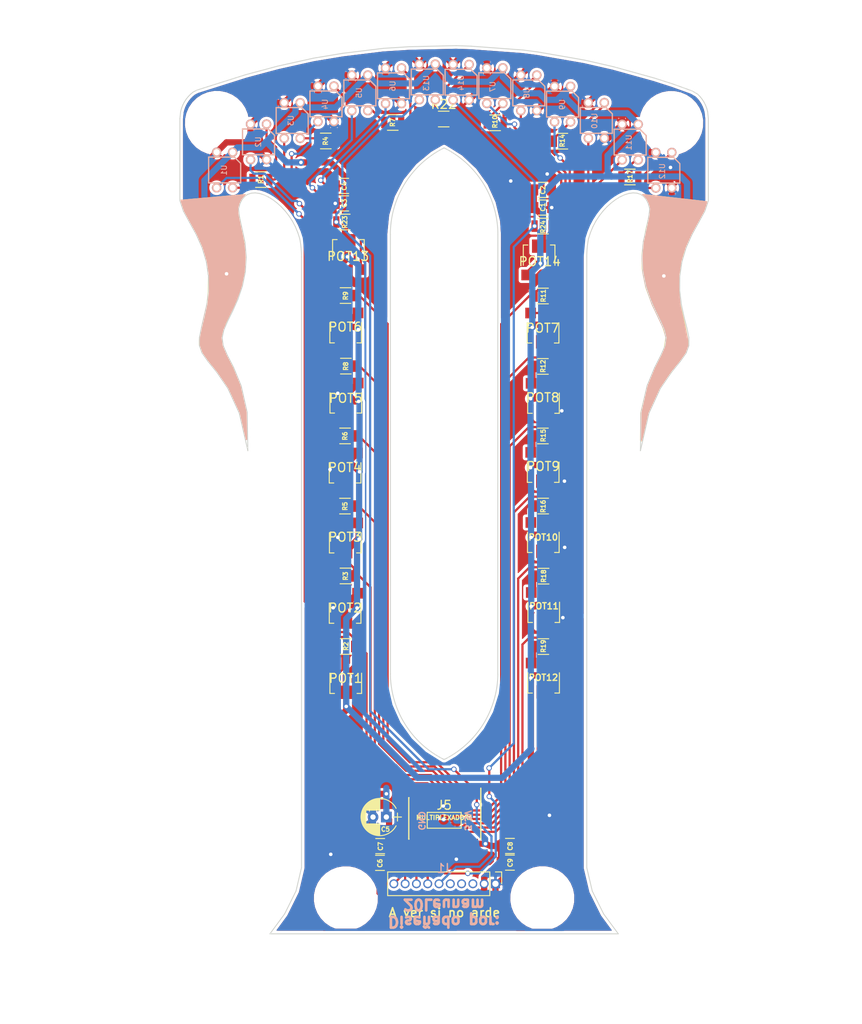
<source format=kicad_pcb>
(kicad_pcb (version 4) (host pcbnew 4.0.7)
  (layers (0 F.Cu signal) (31 B.Cu signal) (34 B.Paste user) (35 F.Paste user) (36 B.SilkS user) (37 F.SilkS user) (38 B.Mask user) (39 F.Mask user) (44 Edge.Cuts user))
  (net 0 "")
  (net 1 +3V3)
  (net 2 GND)
  (net 3 /A7)
  (net 4 /D1)
  (net 5 /D2)
  (net 6 /D3)
  (net 7 /D4)
  (net 8 "Net-(J5-Pad2)")
  (net 9 /S6)
  (net 10 /S5)
  (net 11 /S4)
  (net 12 /S3)
  (net 13 /S2)
  (net 14 /S1)
  (net 15 /S12)
  (net 16 /S11)
  (net 17 /S10)
  (net 18 /S9)
  (net 19 /S8)
  (net 20 /S7)
  (net 21 "Net-(POT1-Pad3)")
  (net 22 "Net-(POT2-Pad3)")
  (net 23 "Net-(POT3-Pad3)")
  (net 24 "Net-(POT4-Pad3)")
  (net 25 "Net-(POT5-Pad3)")
  (net 26 "Net-(POT6-Pad3)")
  (net 27 "Net-(POT7-Pad3)")
  (net 28 "Net-(POT8-Pad3)")
  (net 29 "Net-(POT9-Pad3)")
  (net 30 "Net-(POT10-Pad3)")
  (net 31 "Net-(POT11-Pad3)")
  (net 32 "Net-(POT12-Pad3)")
  (net 33 "Net-(R1-Pad1)")
  (net 34 "Net-(R1-Pad2)")
  (net 35 "Net-(R4-Pad1)")
  (net 36 "Net-(R4-Pad2)")
  (net 37 "Net-(R7-Pad1)")
  (net 38 "Net-(R7-Pad2)")
  (net 39 "Net-(R10-Pad1)")
  (net 40 "Net-(R10-Pad2)")
  (net 41 "Net-(R14-Pad1)")
  (net 42 "Net-(R14-Pad2)")
  (net 43 "Net-(R17-Pad1)")
  (net 44 "Net-(R17-Pad2)")
  (net 45 "Net-(D1-Pad2)")
  (net 46 "Net-(D2-Pad2)")
  (net 47 "Net-(J1-Pad3)")
  (net 48 "Net-(J1-Pad4)")
  (net 49 /S13)
  (net 50 "Net-(MULTIPLEXADOR1-Pad3)")
  (net 51 /S14)
  (net 52 "Net-(MULTIPLEXADOR1-Pad23)")
  (net 53 "Net-(POT13-Pad3)")
  (net 54 "Net-(POT14-Pad3)")
  (net 55 "Net-(R22-Pad1)")
  (net 56 "Net-(R22-Pad2)")
  (net 57 "Net-(J1-Pad5)")
  (module mods:QRE1113 (layer B.Cu) (at 160.27908 53.48224 270)
    (fp_text reference U10 (at 0.0508 0.20828 270) (layer B.SilkS) (effects (font (size 0.6 0.6) (thickness 0.1)) (justify mirror)))
    (fp_text value QRE1113)
    (pad 1 thru_hole circle (at -2 -0.9 270) (size 1.055599 1.055599) (drill 0.7) (layers *.Cu *.Mask B.SilkS) (net 42 "Net-(R14-Pad2)"))
    (pad 2 thru_hole circle (at 2 -0.9 270) (size 1.055599 1.055599) (drill 0.7) (layers *.Cu *.Mask B.SilkS) (net 2 GND))
    (pad 3 thru_hole circle (at 2 0.9 270) (size 1.055599 1.055599) (drill 0.7) (layers *.Cu *.Mask B.SilkS) (net 17 /S10))
    (pad 4 thru_hole circle (at -2 0.9 270) (size 1.055599 1.055599) (drill 0.7) (layers *.Cu *.Mask B.SilkS) (net 2 GND))
  )
  (module Mounting_Holes:MountingHole_3.2mm_M3 (layer F.Cu) (at 117.60708 53.7718)
    (fp_text reference "" (at 0 -4.2) (layer F.SilkS))
    (fp_text value MountingHole_3.2mm_M3)
    (pad 1 np_thru_hole circle (at 0 0) (size 3.2 3.2) (drill 3.2) (layers *.Cu *.Mask))
  )
  (module Mounting_Holes:MountingHole_3.2mm_M3 (layer F.Cu) (at 168.70172 53.77688)
    (fp_text reference "" (at 0 -4.2) (layer F.SilkS))
    (fp_text value MountingHole_3.2mm_M3)
    (pad 1 np_thru_hole circle (at 0 0) (size 3.2 3.2) (drill 3.2) (layers *.Cu *.Mask))
  )
  (module Mounting_Holes:MountingHole_3.2mm_M3 (layer F.Cu) (at 154.2034 140.93444)
    (fp_text reference "" (at 0 -4.2) (layer F.SilkS))
    (fp_text value MountingHole_3.2mm_M3)
    (pad 1 np_thru_hole circle (at 0 0) (size 3.2 3.2) (drill 3.2) (layers *.Cu *.Mask))
  )
  (module Capacitors_SMD:C_0805 (layer F.Cu) (at 154.25928 63.28156)
    (fp_text reference C1 (at 0.02032 -0.0508 90) (layer F.SilkS) (effects (font (size 0.5 0.5) (thickness 0.125))))
    (fp_text value 1uF)
    (pad 1 smd rect (at -1 0) (size 1 1.25) (layers F.Cu F.Paste F.Mask) (net 1 +3V3))
    (pad 2 smd rect (at 1 0) (size 1 1.25) (layers F.Cu F.Paste F.Mask) (net 2 GND))
  )
  (module Capacitors_SMD:C_0805 (layer F.Cu) (at 154.24404 61.29528)
    (fp_text reference C2 (at 0.03048 0.01524 90) (layer F.SilkS) (effects (font (size 0.5 0.5) (thickness 0.125))))
    (fp_text value 100nF)
    (pad 1 smd rect (at -1 0) (size 1 1.25) (layers F.Cu F.Paste F.Mask) (net 1 +3V3))
    (pad 2 smd rect (at 1 0) (size 1 1.25) (layers F.Cu F.Paste F.Mask) (net 2 GND))
  )
  (module Capacitors_SMD:C_0805 (layer F.Cu) (at 131.91744 62.8142)
    (fp_text reference C3 (at 0.03048 -0.03048 90) (layer F.SilkS) (effects (font (size 0.5 0.5) (thickness 0.125))))
    (fp_text value 1uF)
    (pad 1 smd rect (at -1 0) (size 1 1.25) (layers F.Cu F.Paste F.Mask) (net 2 GND))
    (pad 2 smd rect (at 1 0) (size 1 1.25) (layers F.Cu F.Paste F.Mask) (net 1 +3V3))
  )
  (module Capacitors_SMD:C_0805 (layer F.Cu) (at 131.92252 60.84824)
    (fp_text reference C4 (at 0 0.02032 90) (layer F.SilkS) (effects (font (size 0.5 0.5) (thickness 0.125))))
    (fp_text value 100nF)
    (pad 1 smd rect (at -1 0) (size 1 1.25) (layers F.Cu F.Paste F.Mask) (net 2 GND))
    (pad 2 smd rect (at 1 0) (size 1 1.25) (layers F.Cu F.Paste F.Mask) (net 1 +3V3))
  )
  (module Capacitors_THT:CP_Radial_D4.0mm_P1.50mm (layer F.Cu) (at 136.66216 131.80568 180)
    (fp_text reference C5 (at 0.1016 -1.37668 180) (layer F.SilkS) (effects (font (size 0.5 0.5) (thickness 0.125))))
    (fp_text value CP1)
    (pad 1 thru_hole rect (at 0 0 180) (size 1.2 1.2) (drill 0.6) (layers *.Cu *.Mask) (net 1 +3V3))
    (pad 2 thru_hole circle (at 1.5 0 180) (size 1.2 1.2) (drill 0.6) (layers *.Cu *.Mask) (net 2 GND))
  )
  (module Capacitors_SMD:C_0805 (layer F.Cu) (at 135.94664 136.9568)
    (fp_text reference C6 (at 0.00432 0.04572 90) (layer F.SilkS) (effects (font (size 0.5 0.5) (thickness 0.125))))
    (fp_text value 1uF)
    (pad 1 smd rect (at -1 0) (size 1 1.25) (layers F.Cu F.Paste F.Mask) (net 2 GND))
    (pad 2 smd rect (at 1 0) (size 1 1.25) (layers F.Cu F.Paste F.Mask) (net 1 +3V3))
  )
  (module Capacitors_SMD:C_0805 (layer F.Cu) (at 135.96696 135.07212)
    (fp_text reference C7 (at 0.03988 0.0254 90) (layer F.SilkS) (effects (font (size 0.5 0.5) (thickness 0.125))))
    (fp_text value 100nF)
    (pad 1 smd rect (at -1 0) (size 1 1.25) (layers F.Cu F.Paste F.Mask) (net 2 GND))
    (pad 2 smd rect (at 1 0) (size 1 1.25) (layers F.Cu F.Paste F.Mask) (net 1 +3V3))
  )
  (module Capacitors_SMD:C_0805 (layer F.Cu) (at 150.56104 135.05688 180)
    (fp_text reference C8 (at -0.03556 -0.0254 270) (layer F.SilkS) (effects (font (size 0.5 0.5) (thickness 0.125))))
    (fp_text value C)
    (pad 1 smd rect (at -1 0 180) (size 1 1.25) (layers F.Cu F.Paste F.Mask) (net 2 GND))
    (pad 2 smd rect (at 1 0 180) (size 1 1.25) (layers F.Cu F.Paste F.Mask) (net 1 +3V3))
  )
  (module Capacitors_SMD:C_0805 (layer F.Cu) (at 150.56104 136.9314 180)
    (fp_text reference C9 (at -0.03556 -0.02032 270) (layer F.SilkS) (effects (font (size 0.5 0.5) (thickness 0.125))))
    (fp_text value C)
    (pad 1 smd rect (at -1 0 180) (size 1 1.25) (layers F.Cu F.Paste F.Mask) (net 2 GND))
    (pad 2 smd rect (at 1 0 180) (size 1 1.25) (layers F.Cu F.Paste F.Mask) (net 1 +3V3))
  )
  (module Socket_Strips:Socket_Strip_Straight_1x10_Pitch1.27mm (layer F.Cu) (at 148.93544 139.30884 270)
    (fp_text reference J1 (at -1.73228 5.74548 540) (layer B.SilkS) (effects (justify mirror)))
    (fp_text value Conn_01x10_Female)
    (pad 1 thru_hole rect (at 0 0 270) (size 1 1) (drill 0.7) (layers *.Cu *.Mask) (net 2 GND))
    (pad 2 thru_hole oval (at 0 1.27 270) (size 1 1) (drill 0.7) (layers *.Cu *.Mask) (net 1 +3V3))
    (pad 3 thru_hole oval (at 0 2.54 270) (size 1 1) (drill 0.7) (layers *.Cu *.Mask) (net 47 "Net-(J1-Pad3)"))
    (pad 4 thru_hole oval (at 0 3.81 270) (size 1 1) (drill 0.7) (layers *.Cu *.Mask) (net 48 "Net-(J1-Pad4)"))
    (pad 5 thru_hole oval (at 0 5.08 270) (size 1 1) (drill 0.7) (layers *.Cu *.Mask) (net 57 "Net-(J1-Pad5)"))
    (pad 6 thru_hole oval (at 0 6.35 270) (size 1 1) (drill 0.7) (layers *.Cu *.Mask) (net 3 /A7))
    (pad 7 thru_hole oval (at 0 7.62 270) (size 1 1) (drill 0.7) (layers *.Cu *.Mask) (net 4 /D1))
    (pad 8 thru_hole oval (at 0 8.89 270) (size 1 1) (drill 0.7) (layers *.Cu *.Mask) (net 5 /D2))
    (pad 9 thru_hole oval (at 0 10.16 270) (size 1 1) (drill 0.7) (layers *.Cu *.Mask) (net 6 /D3))
    (pad 10 thru_hole oval (at 0 11.43 270) (size 1 1) (drill 0.7) (layers *.Cu *.Mask) (net 7 /D4))
  )
  (module Potentiometers:Potentiometer_Trimmer-EVM3E (layer F.Cu) (at 132.09524 116.15928 180)
    (fp_text reference POT1 (at 0.02032 -0.0508 180) (layer F.SilkS))
    (fp_text value 51K)
    (pad 1 smd rect (at -1.4 1.62 180) (size 1.2 1.2) (layers F.Cu F.Paste F.Mask) (net 1 +3V3))
    (pad 3 smd rect (at 1.4 1.62 180) (size 1.2 1.2) (layers F.Cu F.Paste F.Mask) (net 21 "Net-(POT1-Pad3)"))
    (pad 2 smd rect (at 0 -1.62 180) (size 1.6 1.5) (layers F.Cu F.Paste F.Mask) (net 1 +3V3))
  )
  (module Potentiometers:Potentiometer_Trimmer-EVM3E (layer F.Cu) (at 132.02412 108.26496 180)
    (fp_text reference POT2 (at 0 -0.03048 180) (layer F.SilkS))
    (fp_text value 51K)
    (pad 1 smd rect (at -1.4 1.62 180) (size 1.2 1.2) (layers F.Cu F.Paste F.Mask) (net 1 +3V3))
    (pad 3 smd rect (at 1.4 1.62 180) (size 1.2 1.2) (layers F.Cu F.Paste F.Mask) (net 22 "Net-(POT2-Pad3)"))
    (pad 2 smd rect (at 0 -1.62 180) (size 1.6 1.5) (layers F.Cu F.Paste F.Mask) (net 1 +3V3))
  )
  (module Potentiometers:Potentiometer_Trimmer-EVM3E (layer F.Cu) (at 132.04144 100.35996 180)
    (fp_text reference POT3 (at 0.02748 0.02996 180) (layer F.SilkS))
    (fp_text value 51K)
    (pad 1 smd rect (at -1.4 1.62 180) (size 1.2 1.2) (layers F.Cu F.Paste F.Mask) (net 1 +3V3))
    (pad 3 smd rect (at 1.4 1.62 180) (size 1.2 1.2) (layers F.Cu F.Paste F.Mask) (net 23 "Net-(POT3-Pad3)"))
    (pad 2 smd rect (at 0 -1.62 180) (size 1.6 1.5) (layers F.Cu F.Paste F.Mask) (net 1 +3V3))
  )
  (module Potentiometers:Potentiometer_Trimmer-EVM3E (layer F.Cu) (at 132.01904 92.49664 180)
    (fp_text reference POT4 (at 0.03048 -0.01016 180) (layer F.SilkS))
    (fp_text value 51K)
    (pad 1 smd rect (at -1.4 1.62 180) (size 1.2 1.2) (layers F.Cu F.Paste F.Mask) (net 1 +3V3))
    (pad 3 smd rect (at 1.4 1.62 180) (size 1.2 1.2) (layers F.Cu F.Paste F.Mask) (net 24 "Net-(POT4-Pad3)"))
    (pad 2 smd rect (at 0 -1.62 180) (size 1.6 1.5) (layers F.Cu F.Paste F.Mask) (net 1 +3V3))
  )
  (module Potentiometers:Potentiometer_Trimmer-EVM3E (layer F.Cu) (at 132.10032 84.6328 180)
    (fp_text reference POT5 (at 0.01016 -0.08636 180) (layer F.SilkS))
    (fp_text value 51K)
    (pad 1 smd rect (at -1.4 1.62 180) (size 1.2 1.2) (layers F.Cu F.Paste F.Mask) (net 1 +3V3))
    (pad 3 smd rect (at 1.4 1.62 180) (size 1.2 1.2) (layers F.Cu F.Paste F.Mask) (net 25 "Net-(POT5-Pad3)"))
    (pad 2 smd rect (at 0 -1.62 180) (size 1.6 1.5) (layers F.Cu F.Paste F.Mask) (net 1 +3V3))
  )
  (module Potentiometers:Potentiometer_Trimmer-EVM3E (layer F.Cu) (at 132.08508 76.74356 180)
    (fp_text reference POT6 (at 0.0508 0.03556 180) (layer F.SilkS))
    (fp_text value 51K)
    (pad 1 smd rect (at -1.4 1.62 180) (size 1.2 1.2) (layers F.Cu F.Paste F.Mask) (net 1 +3V3))
    (pad 3 smd rect (at 1.4 1.62 180) (size 1.2 1.2) (layers F.Cu F.Paste F.Mask) (net 26 "Net-(POT6-Pad3)"))
    (pad 2 smd rect (at 0 -1.62 180) (size 1.6 1.5) (layers F.Cu F.Paste F.Mask) (net 1 +3V3))
  )
  (module Potentiometers:Potentiometer_Trimmer-EVM3E (layer F.Cu) (at 154.28976 76.7588 180)
    (fp_text reference POT7 (at 0.06096 -0.07112 180) (layer F.SilkS))
    (fp_text value 51K)
    (pad 1 smd rect (at -1.4 1.62 180) (size 1.2 1.2) (layers F.Cu F.Paste F.Mask) (net 1 +3V3))
    (pad 3 smd rect (at 1.4 1.62 180) (size 1.2 1.2) (layers F.Cu F.Paste F.Mask) (net 27 "Net-(POT7-Pad3)"))
    (pad 2 smd rect (at 0 -1.62 180) (size 1.6 1.5) (layers F.Cu F.Paste F.Mask) (net 1 +3V3))
  )
  (module Potentiometers:Potentiometer_Trimmer-EVM3E (layer F.Cu) (at 154.33548 84.66328 180)
    (fp_text reference POT8 (at 0.08636 0.01524 180) (layer F.SilkS))
    (fp_text value 51K)
    (pad 1 smd rect (at -1.4 1.62 180) (size 1.2 1.2) (layers F.Cu F.Paste F.Mask) (net 1 +3V3))
    (pad 3 smd rect (at 1.4 1.62 180) (size 1.2 1.2) (layers F.Cu F.Paste F.Mask) (net 28 "Net-(POT8-Pad3)"))
    (pad 2 smd rect (at 0 -1.62 180) (size 1.6 1.5) (layers F.Cu F.Paste F.Mask) (net 1 +3V3))
  )
  (module Potentiometers:Potentiometer_Trimmer-EVM3E (layer F.Cu) (at 154.29992 92.42552 180)
    (fp_text reference POT9 (at 0 0.04572 180) (layer F.SilkS))
    (fp_text value 51K)
    (pad 1 smd rect (at -1.4 1.62 180) (size 1.2 1.2) (layers F.Cu F.Paste F.Mask) (net 1 +3V3))
    (pad 3 smd rect (at 1.4 1.62 180) (size 1.2 1.2) (layers F.Cu F.Paste F.Mask) (net 29 "Net-(POT9-Pad3)"))
    (pad 2 smd rect (at 0 -1.62 180) (size 1.6 1.5) (layers F.Cu F.Paste F.Mask) (net 1 +3V3))
  )
  (module Potentiometers:Potentiometer_Trimmer-EVM3E (layer F.Cu) (at 154.31516 100.30968 180)
    (fp_text reference POT10 (at 0.01016 -0.04572 180) (layer F.SilkS) (effects (font (size 0.7 0.7))))
    (fp_text value 51K)
    (pad 1 smd rect (at -1.4 1.62 180) (size 1.2 1.2) (layers F.Cu F.Paste F.Mask) (net 1 +3V3))
    (pad 3 smd rect (at 1.4 1.62 180) (size 1.2 1.2) (layers F.Cu F.Paste F.Mask) (net 30 "Net-(POT10-Pad3)"))
    (pad 2 smd rect (at 0 -1.62 180) (size 1.6 1.5) (layers F.Cu F.Paste F.Mask) (net 1 +3V3))
  )
  (module Potentiometers:Potentiometer_Trimmer-EVM3E (layer F.Cu) (at 154.36088 108.1786 180)
    (fp_text reference POT11 (at -0.03348 0.09092 180) (layer F.SilkS) (effects (font (size 0.7 0.7))))
    (fp_text value 51K)
    (pad 1 smd rect (at -1.4 1.62 180) (size 1.2 1.2) (layers F.Cu F.Paste F.Mask) (net 1 +3V3))
    (pad 3 smd rect (at 1.4 1.62 180) (size 1.2 1.2) (layers F.Cu F.Paste F.Mask) (net 31 "Net-(POT11-Pad3)"))
    (pad 2 smd rect (at 0 -1.62 180) (size 1.6 1.5) (layers F.Cu F.Paste F.Mask) (net 1 +3V3))
  )
  (module Potentiometers:Potentiometer_Trimmer-EVM3E (layer F.Cu) (at 154.34564 116.11408 180)
    (fp_text reference POT12 (at 0.0254 -0.00964 180) (layer F.SilkS) (effects (font (size 0.7 0.7))))
    (fp_text value 51K)
    (pad 1 smd rect (at -1.4 1.62 180) (size 1.2 1.2) (layers F.Cu F.Paste F.Mask) (net 1 +3V3))
    (pad 3 smd rect (at 1.4 1.62 180) (size 1.2 1.2) (layers F.Cu F.Paste F.Mask) (net 32 "Net-(POT12-Pad3)"))
    (pad 2 smd rect (at 0 -1.62 180) (size 1.6 1.5) (layers F.Cu F.Paste F.Mask) (net 1 +3V3))
  )
  (module Resistors_SMD:R_0805 (layer F.Cu) (at 122.54992 60.13196)
    (fp_text reference R1 (at -0.00508 -0.01016 90) (layer F.SilkS) (effects (font (size 0.5 0.5) (thickness 0.125))))
    (fp_text value 47)
    (pad 1 smd rect (at -0.95 0) (size 0.7 1.3) (layers F.Cu F.Paste F.Mask) (net 33 "Net-(R1-Pad1)"))
    (pad 2 smd rect (at 0.95 0) (size 0.7 1.3) (layers F.Cu F.Paste F.Mask) (net 34 "Net-(R1-Pad2)"))
  )
  (module Resistors_SMD:R_0805 (layer F.Cu) (at 132.09016 112.62868)
    (fp_text reference R2 (at 0.03556 -0.02032 90) (layer F.SilkS) (effects (font (size 0.5 0.5) (thickness 0.125))))
    (fp_text value 47)
    (pad 1 smd rect (at -0.95 0) (size 0.7 1.3) (layers F.Cu F.Paste F.Mask) (net 21 "Net-(POT1-Pad3)"))
    (pad 2 smd rect (at 0.95 0) (size 0.7 1.3) (layers F.Cu F.Paste F.Mask) (net 14 /S1))
  )
  (module Resistors_SMD:R_0805 (layer F.Cu) (at 132.05968 104.6988)
    (fp_text reference R3 (at 0.01016 0.01524 90) (layer F.SilkS) (effects (font (size 0.5 0.5) (thickness 0.125))))
    (fp_text value 47)
    (pad 1 smd rect (at -0.95 0) (size 0.7 1.3) (layers F.Cu F.Paste F.Mask) (net 22 "Net-(POT2-Pad3)"))
    (pad 2 smd rect (at 0.95 0) (size 0.7 1.3) (layers F.Cu F.Paste F.Mask) (net 13 /S2))
  )
  (module Resistors_SMD:R_0805 (layer F.Cu) (at 129.84988 55.79364)
    (fp_text reference R4 (at -0.0254 0.00508 90) (layer F.SilkS) (effects (font (size 0.5 0.5) (thickness 0.125))))
    (fp_text value 47)
    (pad 1 smd rect (at -0.95 0) (size 0.7 1.3) (layers F.Cu F.Paste F.Mask) (net 35 "Net-(R4-Pad1)"))
    (pad 2 smd rect (at 0.95 0) (size 0.7 1.3) (layers F.Cu F.Paste F.Mask) (net 36 "Net-(R4-Pad2)"))
  )
  (module Resistors_SMD:R_0805 (layer F.Cu) (at 132.00888 96.84512)
    (fp_text reference R5 (at 0.01016 0.01524 90) (layer F.SilkS) (effects (font (size 0.5 0.5) (thickness 0.125))))
    (fp_text value 47)
    (pad 1 smd rect (at -0.95 0) (size 0.7 1.3) (layers F.Cu F.Paste F.Mask) (net 23 "Net-(POT3-Pad3)"))
    (pad 2 smd rect (at 0.95 0) (size 0.7 1.3) (layers F.Cu F.Paste F.Mask) (net 12 /S3))
  )
  (module Resistors_SMD:R_0805 (layer F.Cu) (at 132.01904 88.95588)
    (fp_text reference R6 (at -0.00508 0.01016 90) (layer F.SilkS) (effects (font (size 0.5 0.5) (thickness 0.125))))
    (fp_text value 47)
    (pad 1 smd rect (at -0.95 0) (size 0.7 1.3) (layers F.Cu F.Paste F.Mask) (net 24 "Net-(POT4-Pad3)"))
    (pad 2 smd rect (at 0.95 0) (size 0.7 1.3) (layers F.Cu F.Paste F.Mask) (net 11 /S4))
  )
  (module Resistors_SMD:R_0805 (layer F.Cu) (at 137.38352 53.71084)
    (fp_text reference R7 (at -0.02032 0 90) (layer F.SilkS) (effects (font (size 0.5 0.5) (thickness 0.125))))
    (fp_text value 47)
    (pad 1 smd rect (at -0.95 0) (size 0.7 1.3) (layers F.Cu F.Paste F.Mask) (net 37 "Net-(R7-Pad1)"))
    (pad 2 smd rect (at 0.95 0) (size 0.7 1.3) (layers F.Cu F.Paste F.Mask) (net 38 "Net-(R7-Pad2)"))
  )
  (module Resistors_SMD:R_0805 (layer F.Cu) (at 132.1054 81.10728)
    (fp_text reference R8 (at 0 0.01524 90) (layer F.SilkS) (effects (font (size 0.5 0.5) (thickness 0.125))))
    (fp_text value 47)
    (pad 1 smd rect (at -0.95 0) (size 0.7 1.3) (layers F.Cu F.Paste F.Mask) (net 25 "Net-(POT5-Pad3)"))
    (pad 2 smd rect (at 0.95 0) (size 0.7 1.3) (layers F.Cu F.Paste F.Mask) (net 10 /S5))
  )
  (module Resistors_SMD:R_0805 (layer F.Cu) (at 132.06984 73.17232)
    (fp_text reference R9 (at 0.01016 0.0254 90) (layer F.SilkS) (effects (font (size 0.5 0.5) (thickness 0.125))))
    (fp_text value 47)
    (pad 1 smd rect (at -0.95 0) (size 0.7 1.3) (layers F.Cu F.Paste F.Mask) (net 26 "Net-(POT6-Pad3)"))
    (pad 2 smd rect (at 0.95 0) (size 0.7 1.3) (layers F.Cu F.Paste F.Mask) (net 9 /S6))
  )
  (module Resistors_SMD:R_0805 (layer F.Cu) (at 148.89988 53.75148)
    (fp_text reference R10 (at -0.01524 -0.11684 90) (layer F.SilkS) (effects (font (size 0.5 0.5) (thickness 0.125))))
    (fp_text value 47)
    (pad 1 smd rect (at -0.95 0) (size 0.7 1.3) (layers F.Cu F.Paste F.Mask) (net 39 "Net-(R10-Pad1)"))
    (pad 2 smd rect (at 0.95 0) (size 0.7 1.3) (layers F.Cu F.Paste F.Mask) (net 40 "Net-(R10-Pad2)"))
  )
  (module Resistors_SMD:R_0805 (layer F.Cu) (at 154.28468 73.22312 180)
    (fp_text reference R11 (at -0.04064 0.0254 270) (layer F.SilkS) (effects (font (size 0.5 0.5) (thickness 0.125))))
    (fp_text value 47)
    (pad 1 smd rect (at -0.95 0 180) (size 0.7 1.3) (layers F.Cu F.Paste F.Mask) (net 27 "Net-(POT7-Pad3)"))
    (pad 2 smd rect (at 0.95 0 180) (size 0.7 1.3) (layers F.Cu F.Paste F.Mask) (net 20 /S7))
  )
  (module Resistors_SMD:R_0805 (layer F.Cu) (at 154.27452 81.14284)
    (fp_text reference R12 (at 0.02032 -0.0254 90) (layer F.SilkS) (effects (font (size 0.5 0.5) (thickness 0.125))))
    (fp_text value 47)
    (pad 1 smd rect (at -0.95 0) (size 0.7 1.3) (layers F.Cu F.Paste F.Mask) (net 28 "Net-(POT8-Pad3)"))
    (pad 2 smd rect (at 0.95 0) (size 0.7 1.3) (layers F.Cu F.Paste F.Mask) (net 19 /S8))
  )
  (module Resistors_SMD:R_0805 (layer F.Cu) (at 156.45892 55.81904)
    (fp_text reference R14 (at 0 -0.05588 90) (layer F.SilkS) (effects (font (size 0.5 0.5) (thickness 0.125))))
    (fp_text value 47)
    (pad 1 smd rect (at -0.95 0) (size 0.7 1.3) (layers F.Cu F.Paste F.Mask) (net 41 "Net-(R14-Pad1)"))
    (pad 2 smd rect (at 0.95 0) (size 0.7 1.3) (layers F.Cu F.Paste F.Mask) (net 42 "Net-(R14-Pad2)"))
  )
  (module Resistors_SMD:R_0805 (layer F.Cu) (at 154.27452 88.96096)
    (fp_text reference R15 (at 0.04064 -0.0508 90) (layer F.SilkS) (effects (font (size 0.5 0.5) (thickness 0.125))))
    (fp_text value 47)
    (pad 1 smd rect (at -0.95 0) (size 0.7 1.3) (layers F.Cu F.Paste F.Mask) (net 29 "Net-(POT9-Pad3)"))
    (pad 2 smd rect (at 0.95 0) (size 0.7 1.3) (layers F.Cu F.Paste F.Mask) (net 18 /S9))
  )
  (module Resistors_SMD:R_0805 (layer F.Cu) (at 154.305 96.84004)
    (fp_text reference R16 (at 0 0.03556 90) (layer F.SilkS) (effects (font (size 0.5 0.5) (thickness 0.125))))
    (fp_text value 47)
    (pad 1 smd rect (at -0.95 0) (size 0.7 1.3) (layers F.Cu F.Paste F.Mask) (net 30 "Net-(POT10-Pad3)"))
    (pad 2 smd rect (at 0.95 0) (size 0.7 1.3) (layers F.Cu F.Paste F.Mask) (net 17 /S10))
  )
  (module Resistors_SMD:R_0805 (layer F.Cu) (at 164.05352 59.8424)
    (fp_text reference R17 (at 0.02032 -0.04572 90) (layer F.SilkS) (effects (font (size 0.5 0.5) (thickness 0.125))))
    (fp_text value 47)
    (pad 1 smd rect (at -0.95 0) (size 0.7 1.3) (layers F.Cu F.Paste F.Mask) (net 43 "Net-(R17-Pad1)"))
    (pad 2 smd rect (at 0.95 0) (size 0.7 1.3) (layers F.Cu F.Paste F.Mask) (net 44 "Net-(R17-Pad2)"))
  )
  (module Resistors_SMD:R_0805 (layer F.Cu) (at 154.35072 104.7242)
    (fp_text reference R18 (at 0.01016 -0.00508 90) (layer F.SilkS) (effects (font (size 0.5 0.5) (thickness 0.125))))
    (fp_text value 47)
    (pad 1 smd rect (at -0.95 0) (size 0.7 1.3) (layers F.Cu F.Paste F.Mask) (net 31 "Net-(POT11-Pad3)"))
    (pad 2 smd rect (at 0.95 0) (size 0.7 1.3) (layers F.Cu F.Paste F.Mask) (net 16 /S11))
  )
  (module Resistors_SMD:R_0805 (layer F.Cu) (at 154.32532 112.63884)
    (fp_text reference R19 (at 0.00508 -0.04064 90) (layer F.SilkS) (effects (font (size 0.5 0.5) (thickness 0.125))))
    (fp_text value 47)
    (pad 1 smd rect (at -0.95 0) (size 0.7 1.3) (layers F.Cu F.Paste F.Mask) (net 32 "Net-(POT12-Pad3)"))
    (pad 2 smd rect (at 0.95 0) (size 0.7 1.3) (layers F.Cu F.Paste F.Mask) (net 15 /S12))
  )
  (module mods:QRE1113 (layer B.Cu) (at 118.47576 59.055 270)
    (fp_text reference U1 (at 0.0254 0.06604 270) (layer B.SilkS) (effects (font (size 0.6 0.6) (thickness 0.1)) (justify mirror)))
    (fp_text value QRE1113)
    (pad 1 thru_hole circle (at -2 -0.9 270) (size 1.055599 1.055599) (drill 0.7) (layers *.Cu *.Mask B.SilkS) (net 1 +3V3))
    (pad 2 thru_hole circle (at 2 -0.9 270) (size 1.055599 1.055599) (drill 0.7) (layers *.Cu *.Mask B.SilkS) (net 33 "Net-(R1-Pad1)"))
    (pad 3 thru_hole circle (at 2 0.9 270) (size 1.055599 1.055599) (drill 0.7) (layers *.Cu *.Mask B.SilkS) (net 14 /S1))
    (pad 4 thru_hole circle (at -2 0.9 270) (size 1.055599 1.055599) (drill 0.7) (layers *.Cu *.Mask B.SilkS) (net 2 GND))
  )
  (module mods:QRE1113 (layer B.Cu) (at 122.28576 55.89524 270)
    (fp_text reference U2 (at 0.00508 0.03048 270) (layer B.SilkS) (effects (font (size 0.6 0.6) (thickness 0.1)) (justify mirror)))
    (fp_text value QRE1113)
    (pad 1 thru_hole circle (at -2 -0.9 270) (size 1.055599 1.055599) (drill 0.7) (layers *.Cu *.Mask B.SilkS) (net 34 "Net-(R1-Pad2)"))
    (pad 2 thru_hole circle (at 2 -0.9 270) (size 1.055599 1.055599) (drill 0.7) (layers *.Cu *.Mask B.SilkS) (net 2 GND))
    (pad 3 thru_hole circle (at 2 0.9 270) (size 1.055599 1.055599) (drill 0.7) (layers *.Cu *.Mask B.SilkS) (net 13 /S2))
    (pad 4 thru_hole circle (at -2 0.9 270) (size 1.055599 1.055599) (drill 0.7) (layers *.Cu *.Mask B.SilkS) (net 2 GND))
  )
  (module mods:QRE1113 (layer B.Cu) (at 126.07036 53.4924 270)
    (fp_text reference U3 (at 0.00508 0.13716 270) (layer B.SilkS) (effects (font (size 0.6 0.6) (thickness 0.1)) (justify mirror)))
    (fp_text value QRE1113)
    (pad 1 thru_hole circle (at -2 -0.9 270) (size 1.055599 1.055599) (drill 0.7) (layers *.Cu *.Mask B.SilkS) (net 1 +3V3))
    (pad 2 thru_hole circle (at 2 -0.9 270) (size 1.055599 1.055599) (drill 0.7) (layers *.Cu *.Mask B.SilkS) (net 35 "Net-(R4-Pad1)"))
    (pad 3 thru_hole circle (at 2 0.9 270) (size 1.055599 1.055599) (drill 0.7) (layers *.Cu *.Mask B.SilkS) (net 12 /S3))
    (pad 4 thru_hole circle (at -2 0.9 270) (size 1.055599 1.055599) (drill 0.7) (layers *.Cu *.Mask B.SilkS) (net 2 GND))
  )
  (module mods:QRE1113 (layer B.Cu) (at 129.8702 51.62296 270)
    (fp_text reference U4 (at 0.04572 0.1016 270) (layer B.SilkS) (effects (font (size 0.6 0.6) (thickness 0.1)) (justify mirror)))
    (fp_text value QRE1113)
    (pad 1 thru_hole circle (at -2 -0.9 270) (size 1.055599 1.055599) (drill 0.7) (layers *.Cu *.Mask B.SilkS) (net 36 "Net-(R4-Pad2)"))
    (pad 2 thru_hole circle (at 2 -0.9 270) (size 1.055599 1.055599) (drill 0.7) (layers *.Cu *.Mask B.SilkS) (net 2 GND))
    (pad 3 thru_hole circle (at 2 0.9 270) (size 1.055599 1.055599) (drill 0.7) (layers *.Cu *.Mask B.SilkS) (net 11 /S4))
    (pad 4 thru_hole circle (at -2 0.9 270) (size 1.055599 1.055599) (drill 0.7) (layers *.Cu *.Mask B.SilkS) (net 2 GND))
  )
  (module mods:QRE1113 (layer B.Cu) (at 133.6802 50.38852 270)
    (fp_text reference U5 (at -0.01016 0.08636 270) (layer B.SilkS) (effects (font (size 0.6 0.6) (thickness 0.1)) (justify mirror)))
    (fp_text value QRE1113)
    (pad 1 thru_hole circle (at -2 -0.9 270) (size 1.055599 1.055599) (drill 0.7) (layers *.Cu *.Mask B.SilkS) (net 1 +3V3))
    (pad 2 thru_hole circle (at 2 -0.9 270) (size 1.055599 1.055599) (drill 0.7) (layers *.Cu *.Mask B.SilkS) (net 37 "Net-(R7-Pad1)"))
    (pad 3 thru_hole circle (at 2 0.9 270) (size 1.055599 1.055599) (drill 0.7) (layers *.Cu *.Mask B.SilkS) (net 10 /S5))
    (pad 4 thru_hole circle (at -2 0.9 270) (size 1.055599 1.055599) (drill 0.7) (layers *.Cu *.Mask B.SilkS) (net 2 GND))
  )
  (module mods:QRE1113 (layer B.Cu) (at 137.46988 49.59096 270)
    (fp_text reference U6 (at 0.0254 0.09652 270) (layer B.SilkS) (effects (font (size 0.6 0.6) (thickness 0.1)) (justify mirror)))
    (fp_text value QRE1113)
    (pad 1 thru_hole circle (at -2 -0.9 270) (size 1.055599 1.055599) (drill 0.7) (layers *.Cu *.Mask B.SilkS) (net 38 "Net-(R7-Pad2)"))
    (pad 2 thru_hole circle (at 2 -0.9 270) (size 1.055599 1.055599) (drill 0.7) (layers *.Cu *.Mask B.SilkS) (net 2 GND))
    (pad 3 thru_hole circle (at 2 0.9 270) (size 1.055599 1.055599) (drill 0.7) (layers *.Cu *.Mask B.SilkS) (net 9 /S6))
    (pad 4 thru_hole circle (at -2 0.9 270) (size 1.055599 1.055599) (drill 0.7) (layers *.Cu *.Mask B.SilkS) (net 2 GND))
  )
  (module mods:QRE1113 (layer B.Cu) (at 148.86432 49.57572 270)
    (fp_text reference U7 (at 0.10668 0.24384 270) (layer B.SilkS) (effects (font (size 0.6 0.6) (thickness 0.1)) (justify mirror)))
    (fp_text value QRE1113)
    (pad 1 thru_hole circle (at -2 -0.9 270) (size 1.055599 1.055599) (drill 0.7) (layers *.Cu *.Mask B.SilkS) (net 1 +3V3))
    (pad 2 thru_hole circle (at 2 -0.9 270) (size 1.055599 1.055599) (drill 0.7) (layers *.Cu *.Mask B.SilkS) (net 39 "Net-(R10-Pad1)"))
    (pad 3 thru_hole circle (at 2 0.9 270) (size 1.055599 1.055599) (drill 0.7) (layers *.Cu *.Mask B.SilkS) (net 20 /S7))
    (pad 4 thru_hole circle (at -2 0.9 270) (size 1.055599 1.055599) (drill 0.7) (layers *.Cu *.Mask B.SilkS) (net 2 GND))
  )
  (module mods:QRE1113 (layer B.Cu) (at 152.68448 50.38852 270)
    (fp_text reference U8 (at 0.01016 0.2286 270) (layer B.SilkS) (effects (font (size 0.6 0.6) (thickness 0.1)) (justify mirror)))
    (fp_text value QRE1113)
    (pad 1 thru_hole circle (at -2 -0.9 270) (size 1.055599 1.055599) (drill 0.7) (layers *.Cu *.Mask B.SilkS) (net 40 "Net-(R10-Pad2)"))
    (pad 2 thru_hole circle (at 2 -0.9 270) (size 1.055599 1.055599) (drill 0.7) (layers *.Cu *.Mask B.SilkS) (net 2 GND))
    (pad 3 thru_hole circle (at 2 0.9 270) (size 1.055599 1.055599) (drill 0.7) (layers *.Cu *.Mask B.SilkS) (net 19 /S8))
    (pad 4 thru_hole circle (at -2 0.9 270) (size 1.055599 1.055599) (drill 0.7) (layers *.Cu *.Mask B.SilkS) (net 2 GND))
  )
  (module mods:QRE1113 (layer B.Cu) (at 156.47924 51.64836 270)
    (fp_text reference U9 (at 0.04572 0.03556 270) (layer B.SilkS) (effects (font (size 0.6 0.6) (thickness 0.1)) (justify mirror)))
    (fp_text value QRE1113)
    (pad 1 thru_hole circle (at -2 -0.9 270) (size 1.055599 1.055599) (drill 0.7) (layers *.Cu *.Mask B.SilkS) (net 1 +3V3))
    (pad 2 thru_hole circle (at 2 -0.9 270) (size 1.055599 1.055599) (drill 0.7) (layers *.Cu *.Mask B.SilkS) (net 41 "Net-(R14-Pad1)"))
    (pad 3 thru_hole circle (at 2 0.9 270) (size 1.055599 1.055599) (drill 0.7) (layers *.Cu *.Mask B.SilkS) (net 18 /S9))
    (pad 4 thru_hole circle (at -2 0.9 270) (size 1.055599 1.055599) (drill 0.7) (layers *.Cu *.Mask B.SilkS) (net 2 GND))
  )
  (module mods:QRE1113 (layer B.Cu) (at 164.084 55.92064 270)
    (fp_text reference U11 (at 0.04064 0.14732 270) (layer B.SilkS) (effects (font (size 0.6 0.6) (thickness 0.1)) (justify mirror)))
    (fp_text value QRE1113)
    (pad 1 thru_hole circle (at -2 -0.9 270) (size 1.055599 1.055599) (drill 0.7) (layers *.Cu *.Mask B.SilkS) (net 1 +3V3))
    (pad 2 thru_hole circle (at 2 -0.9 270) (size 1.055599 1.055599) (drill 0.7) (layers *.Cu *.Mask B.SilkS) (net 43 "Net-(R17-Pad1)"))
    (pad 3 thru_hole circle (at 2 0.9 270) (size 1.055599 1.055599) (drill 0.7) (layers *.Cu *.Mask B.SilkS) (net 16 /S11))
    (pad 4 thru_hole circle (at -2 0.9 270) (size 1.055599 1.055599) (drill 0.7) (layers *.Cu *.Mask B.SilkS) (net 2 GND))
  )
  (module mods:QRE1113 (layer B.Cu) (at 167.8686 59.0804 270)
    (fp_text reference U12 (at 0.11176 0.1778 270) (layer B.SilkS) (effects (font (size 0.6 0.6) (thickness 0.1)) (justify mirror)))
    (fp_text value QRE1113)
    (pad 1 thru_hole circle (at -2 -0.9 270) (size 1.055599 1.055599) (drill 0.7) (layers *.Cu *.Mask B.SilkS) (net 44 "Net-(R17-Pad2)"))
    (pad 2 thru_hole circle (at 2 -0.9 270) (size 1.055599 1.055599) (drill 0.7) (layers *.Cu *.Mask B.SilkS) (net 2 GND))
    (pad 3 thru_hole circle (at 2 0.9 270) (size 1.055599 1.055599) (drill 0.7) (layers *.Cu *.Mask B.SilkS) (net 15 /S12))
    (pad 4 thru_hole circle (at -2 0.9 270) (size 1.055599 1.055599) (drill 0.7) (layers *.Cu *.Mask B.SilkS) (net 2 GND))
  )
  (module Housings_SSOP:TSSOP-24_4.4x7.8mm_Pitch0.65mm (layer F.Cu) (at 143.21028 131.95808 270)
    (fp_text reference MULTIPLEXADOR1 (at -0.08636 -0.00508 360) (layer F.SilkS) (effects (font (size 0.5 0.5) (thickness 0.125))))
    (fp_text value CD74HC4067)
    (pad 1 smd rect (at -2.85 -3.575 270) (size 1.1 0.4) (layers F.Cu F.Paste F.Mask) (net 3 /A7))
    (pad 2 smd rect (at -2.85 -2.925 270) (size 1.1 0.4) (layers F.Cu F.Paste F.Mask) (net 49 /S13))
    (pad 3 smd rect (at -2.85 -2.275 270) (size 1.1 0.4) (layers F.Cu F.Paste F.Mask) (net 50 "Net-(MULTIPLEXADOR1-Pad3)"))
    (pad 4 smd rect (at -2.85 -1.625 270) (size 1.1 0.4) (layers F.Cu F.Paste F.Mask) (net 9 /S6))
    (pad 5 smd rect (at -2.85 -0.975 270) (size 1.1 0.4) (layers F.Cu F.Paste F.Mask) (net 10 /S5))
    (pad 6 smd rect (at -2.85 -0.325 270) (size 1.1 0.4) (layers F.Cu F.Paste F.Mask) (net 11 /S4))
    (pad 7 smd rect (at -2.85 0.325 270) (size 1.1 0.4) (layers F.Cu F.Paste F.Mask) (net 12 /S3))
    (pad 8 smd rect (at -2.85 0.975 270) (size 1.1 0.4) (layers F.Cu F.Paste F.Mask) (net 13 /S2))
    (pad 9 smd rect (at -2.85 1.625 270) (size 1.1 0.4) (layers F.Cu F.Paste F.Mask) (net 14 /S1))
    (pad 10 smd rect (at -2.85 2.275 270) (size 1.1 0.4) (layers F.Cu F.Paste F.Mask) (net 6 /D3))
    (pad 11 smd rect (at -2.85 2.925 270) (size 1.1 0.4) (layers F.Cu F.Paste F.Mask) (net 7 /D4))
    (pad 12 smd rect (at -2.85 3.575 270) (size 1.1 0.4) (layers F.Cu F.Paste F.Mask) (net 2 GND))
    (pad 13 smd rect (at 2.85 3.575 270) (size 1.1 0.4) (layers F.Cu F.Paste F.Mask) (net 5 /D2))
    (pad 14 smd rect (at 2.85 2.925 270) (size 1.1 0.4) (layers F.Cu F.Paste F.Mask) (net 4 /D1))
    (pad 15 smd rect (at 2.85 2.275 270) (size 1.1 0.4) (layers F.Cu F.Paste F.Mask) (net 8 "Net-(J5-Pad2)"))
    (pad 16 smd rect (at 2.85 1.625 270) (size 1.1 0.4) (layers F.Cu F.Paste F.Mask) (net 51 /S14))
    (pad 17 smd rect (at 2.85 0.975 270) (size 1.1 0.4) (layers F.Cu F.Paste F.Mask) (net 20 /S7))
    (pad 18 smd rect (at 2.85 0.325 270) (size 1.1 0.4) (layers F.Cu F.Paste F.Mask) (net 19 /S8))
    (pad 19 smd rect (at 2.85 -0.325 270) (size 1.1 0.4) (layers F.Cu F.Paste F.Mask) (net 18 /S9))
    (pad 20 smd rect (at 2.85 -0.975 270) (size 1.1 0.4) (layers F.Cu F.Paste F.Mask) (net 17 /S10))
    (pad 21 smd rect (at 2.85 -1.625 270) (size 1.1 0.4) (layers F.Cu F.Paste F.Mask) (net 16 /S11))
    (pad 22 smd rect (at 2.85 -2.275 270) (size 1.1 0.4) (layers F.Cu F.Paste F.Mask) (net 15 /S12))
    (pad 23 smd rect (at 2.85 -2.925 270) (size 1.1 0.4) (layers F.Cu F.Paste F.Mask) (net 52 "Net-(MULTIPLEXADOR1-Pad23)"))
    (pad 24 smd rect (at 2.85 -3.575 270) (size 1.1 0.4) (layers F.Cu F.Paste F.Mask) (net 1 +3V3))
  )
  (module Mounting_Holes:MountingHole_3.2mm_M3 (layer F.Cu) (at 132.11048 140.9446)
    (fp_text reference "" (at 0 -4.2) (layer F.SilkS))
    (fp_text value MountingHole_3.2mm_M3)
    (pad 1 np_thru_hole circle (at 0 0) (size 3.2 3.2) (drill 3.2) (layers *.Cu *.Mask))
  )
  (module Resistors_SMD:R_0805 (layer B.Cu) (at 118.68912 69.77888 270)
    (fp_text reference R13 (at -0.00508 -0.01524 360) (layer B.SilkS) (effects (font (size 0.5 0.5) (thickness 0.125)) (justify mirror)))
    (fp_text value 150)
    (pad 1 smd rect (at -0.95 0 270) (size 0.7 1.3) (layers B.Cu B.Paste B.Mask) (net 1 +3V3))
    (pad 2 smd rect (at 0.95 0 270) (size 0.7 1.3) (layers B.Cu B.Paste B.Mask) (net 45 "Net-(D1-Pad2)"))
  )
  (module Resistors_SMD:R_0805 (layer B.Cu) (at 167.8178 69.87032 270)
    (fp_text reference R21 (at 0.0254 0.01016 360) (layer B.SilkS) (effects (font (size 0.5 0.5) (thickness 0.125)) (justify mirror)))
    (fp_text value 150)
    (pad 1 smd rect (at -0.95 0 270) (size 0.7 1.3) (layers B.Cu B.Paste B.Mask) (net 1 +3V3))
    (pad 2 smd rect (at 0.95 0 270) (size 0.7 1.3) (layers B.Cu B.Paste B.Mask) (net 46 "Net-(D2-Pad2)"))
  )
  (module LEDs:LED_0805 (layer F.Cu) (at 118.6434 69.76872 270)
    (fp_text reference D1 (at 0.01524 -0.04064 360) (layer F.SilkS) (effects (font (size 0.5 0.5) (thickness 0.125))))
    (fp_text value LED)
    (pad 2 smd rect (at 1.1 0 90) (size 1.2 1.2) (layers F.Cu F.Paste F.Mask) (net 45 "Net-(D1-Pad2)"))
    (pad 1 smd rect (at -1.1 0 90) (size 1.2 1.2) (layers F.Cu F.Paste F.Mask) (net 2 GND))
  )
  (module LEDs:LED_0805 (layer F.Cu) (at 167.87368 69.87032 270)
    (fp_text reference D2 (at 0.01524 0.0254 360) (layer F.SilkS) (effects (font (size 0.5 0.5) (thickness 0.125))))
    (fp_text value LED)
    (pad 2 smd rect (at 1.1 0 90) (size 1.2 1.2) (layers F.Cu F.Paste F.Mask) (net 46 "Net-(D2-Pad2)"))
    (pad 1 smd rect (at -1.1 0 90) (size 1.2 1.2) (layers F.Cu F.Paste F.Mask) (net 2 GND))
  )
  (module Connectors:GS3 (layer F.Cu) (at 143.16964 132.17144 270)
    (fp_text reference J5 (at -1.7 0 360) (layer F.SilkS))
    (fp_text value GS3)
    (pad 1 smd rect (at 0 -1.27 270) (size 1.27 0.97) (layers F.Cu F.Paste F.Mask) (net 1 +3V3))
    (pad 2 smd rect (at 0 0 270) (size 1.27 0.97) (layers F.Cu F.Paste F.Mask) (net 8 "Net-(J5-Pad2)"))
    (pad 3 smd rect (at 0 1.27 270) (size 1.27 0.97) (layers F.Cu F.Paste F.Mask) (net 2 GND))
  )
  (module Potentiometers:Potentiometer_Trimmer-EVM3E (layer F.Cu) (at 132.39288 68.63132)
    (fp_text reference POT13 (at -0.03348 0.13664) (layer F.SilkS))
    (fp_text value 51K)
    (pad 1 smd rect (at -1.4 1.62) (size 1.2 1.2) (layers F.Cu F.Paste F.Mask) (net 1 +3V3))
    (pad 3 smd rect (at 1.4 1.62) (size 1.2 1.2) (layers F.Cu F.Paste F.Mask) (net 53 "Net-(POT13-Pad3)"))
    (pad 2 smd rect (at 0 -1.62) (size 1.6 1.5) (layers F.Cu F.Paste F.Mask) (net 1 +3V3))
  )
  (module Potentiometers:Potentiometer_Trimmer-EVM3E (layer F.Cu) (at 153.84272 69.2404)
    (fp_text reference POT14 (at 0.07112 0.11176) (layer F.SilkS))
    (fp_text value 51K)
    (pad 1 smd rect (at -1.4 1.62) (size 1.2 1.2) (layers F.Cu F.Paste F.Mask) (net 1 +3V3))
    (pad 3 smd rect (at 1.4 1.62) (size 1.2 1.2) (layers F.Cu F.Paste F.Mask) (net 54 "Net-(POT14-Pad3)"))
    (pad 2 smd rect (at 0 -1.62) (size 1.6 1.5) (layers F.Cu F.Paste F.Mask) (net 1 +3V3))
  )
  (module Resistors_SMD:R_0805 (layer F.Cu) (at 143.11376 53.32476)
    (fp_text reference R22 (at 0 -1.65) (layer F.SilkS))
    (fp_text value 47)
    (pad 1 smd rect (at -0.95 0) (size 0.7 1.3) (layers F.Cu F.Paste F.Mask) (net 55 "Net-(R22-Pad1)"))
    (pad 2 smd rect (at 0.95 0) (size 0.7 1.3) (layers F.Cu F.Paste F.Mask) (net 56 "Net-(R22-Pad2)"))
  )
  (module Resistors_SMD:R_0805 (layer F.Cu) (at 131.98348 64.90716 180)
    (fp_text reference R23 (at -0.01524 -0.02032 270) (layer F.SilkS) (effects (font (size 0.5 0.5) (thickness 0.125))))
    (fp_text value 47)
    (pad 1 smd rect (at -0.95 0 180) (size 0.7 1.3) (layers F.Cu F.Paste F.Mask) (net 53 "Net-(POT13-Pad3)"))
    (pad 2 smd rect (at 0.95 0 180) (size 0.7 1.3) (layers F.Cu F.Paste F.Mask) (net 49 /S13))
  )
  (module Resistors_SMD:R_0805 (layer F.Cu) (at 154.27956 65.36436 180)
    (fp_text reference R24 (at -0.01528 -0.09144 270) (layer F.SilkS) (effects (font (size 0.5 0.5) (thickness 0.125))))
    (fp_text value 47)
    (pad 1 smd rect (at -0.95 0 180) (size 0.7 1.3) (layers F.Cu F.Paste F.Mask) (net 54 "Net-(POT14-Pad3)"))
    (pad 2 smd rect (at 0.95 0 180) (size 0.7 1.3) (layers F.Cu F.Paste F.Mask) (net 51 /S14))
  )
  (module mods:QRE1113 (layer B.Cu) (at 141.26464 49.15916 270)
    (fp_text reference U13 (at 0.127 0.11176 270) (layer B.SilkS) (effects (font (size 0.6 0.6) (thickness 0.1)) (justify mirror)))
    (fp_text value QRE1113)
    (pad 1 thru_hole circle (at -2 -0.9 270) (size 1.055599 1.055599) (drill 0.7) (layers *.Cu *.Mask B.SilkS) (net 1 +3V3))
    (pad 2 thru_hole circle (at 2 -0.9 270) (size 1.055599 1.055599) (drill 0.7) (layers *.Cu *.Mask B.SilkS) (net 55 "Net-(R22-Pad1)"))
    (pad 3 thru_hole circle (at 2 0.9 270) (size 1.055599 1.055599) (drill 0.7) (layers *.Cu *.Mask B.SilkS) (net 49 /S13))
    (pad 4 thru_hole circle (at -2 0.9 270) (size 1.055599 1.055599) (drill 0.7) (layers *.Cu *.Mask B.SilkS) (net 2 GND))
  )
  (module mods:QRE1113 (layer B.Cu) (at 145.06956 49.18456 270)
    (fp_text reference U14 (at 0.06604 0.01524 270) (layer B.SilkS) (effects (font (size 0.6 0.6) (thickness 0.1)) (justify mirror)))
    (fp_text value QRE1113)
    (pad 1 thru_hole circle (at -2 -0.9 270) (size 1.055599 1.055599) (drill 0.7) (layers *.Cu *.Mask B.SilkS) (net 56 "Net-(R22-Pad2)"))
    (pad 2 thru_hole circle (at 2 -0.9 270) (size 1.055599 1.055599) (drill 0.7) (layers *.Cu *.Mask B.SilkS) (net 2 GND))
    (pad 3 thru_hole circle (at 2 0.9 270) (size 1.055599 1.055599) (drill 0.7) (layers *.Cu *.Mask B.SilkS) (net 51 /S14))
    (pad 4 thru_hole circle (at -2 0.9 270) (size 1.055599 1.055599) (drill 0.7) (layers *.Cu *.Mask B.SilkS) (net 2 GND))
  )
  (gr_line (start 115.37188 50.06848) (end 114.95024 50.28184) (layer Edge.Cuts) (width 0.1))
  (gr_line (start 120.83796 48.34128) (end 115.37188 50.06848) (layer Edge.Cuts) (width 0.1))
  (gr_line (start 128.42748 46.49216) (end 124.42952 47.38116) (layer Edge.Cuts) (width 0.1))
  (gr_line (start 171.04868 50.165) (end 171.66844 50.52568) (layer Edge.Cuts) (width 0.1))
  (gr_line (start 168.84396 49.37252) (end 171.04868 50.165) (layer Edge.Cuts) (width 0.1))
  (gr_line (start 166.81196 48.72228) (end 168.84396 49.37252) (layer Edge.Cuts) (width 0.1))
  (gr_line (start 162.21456 47.4472) (end 166.81196 48.72228) (layer Edge.Cuts) (width 0.1))
  (gr_line (start 158.9532 46.70044) (end 162.21456 47.4472) (layer Edge.Cuts) (width 0.1))
  (gr_line (start 153.72588 45.79112) (end 158.9532 46.70044) (layer Edge.Cuts) (width 0.1))
  (gr_line (start 152.0444 45.5676) (end 153.72588 45.79112) (layer Edge.Cuts) (width 0.1))
  (gr_line (start 146.19732 45.1358) (end 152.0444 45.5676) (layer Edge.Cuts) (width 0.1))
  (gr_line (start 144.50568 45.07484) (end 146.19732 45.1358) (layer Edge.Cuts) (width 0.1))
  (gr_line (start 139.21232 45.19676) (end 144.50568 45.07484) (layer Edge.Cuts) (width 0.1))
  (gr_line (start 136.30656 45.37964) (end 139.21232 45.19676) (layer Edge.Cuts) (width 0.1))
  (gr_line (start 131.74472 45.93844) (end 136.30656 45.37964) (layer Edge.Cuts) (width 0.1))
  (gr_line (start 128.4224 46.49216) (end 131.74472 45.93844) (layer Edge.Cuts) (width 0.1))
  (gr_line (start 120.83796 48.34128) (end 124.42952 47.38116) (layer Edge.Cuts) (width 0.1))
  (gr_line (start 127.116689 137.506681) (end 127.116689 68.829617) (layer Edge.Cuts) (width 0.1))
  (gr_line (start 126.425697 65.430258) (end 126.697912 66.086037) (layer Edge.Cuts) (width 0.1))
  (gr_line (start 161.029697 63.678513) (end 160.607591 64.220414) (layer Edge.Cuts) (width 0.1))
  (gr_line (start 161.484225 63.186734) (end 161.029697 63.678513) (layer Edge.Cuts) (width 0.1))
  (gr_line (start 165.883077 62.363629) (end 165.586737 62.019696) (layer Edge.Cuts) (width 0.1))
  (gr_line (start 126.697912 66.086037) (end 126.91872 66.77152) (layer Edge.Cuts) (width 0.1))
  (gr_line (start 115.266552 66.286115) (end 115.932982 67.774016) (layer Edge.Cuts) (width 0.1))
  (gr_line (start 165.235109 61.786701) (end 164.836963 61.658563) (layer Edge.Cuts) (width 0.1))
  (gr_line (start 114.653694 50.524791) (end 114.952158 50.279237) (layer Edge.Cuts) (width 0.1))
  (gr_line (start 120.206068 62.824583) (end 120.438348 62.363629) (layer Edge.Cuts) (width 0.1))
  (gr_line (start 116.659554 72.641897) (end 116.471387 74.1928) (layer Edge.Cuts) (width 0.1))
  (gr_line (start 123.366796 62.072947) (end 123.865963 62.377869) (layer Edge.Cuts) (width 0.1))
  (gr_line (start 125.291727 63.678513) (end 125.713834 64.220414) (layer Edge.Cuts) (width 0.1))
  (gr_arc (start 116.263214 68.829617) (end 127.116689 68.829618) (angle -10.93199169) (layer Edge.Cuts) (width 0.1))
  (gr_line (start 161.962404 62.751159) (end 161.484225 63.186734) (layer Edge.Cuts) (width 0.1))
  (gr_line (start 164.401072 61.6292) (end 163.936205 61.692531) (layer Edge.Cuts) (width 0.1))
  (gr_line (start 160.226678 64.806356) (end 159.895728 65.430258) (layer Edge.Cuts) (width 0.1))
  (gr_line (start 122.38522 61.692531) (end 122.870291 61.842474) (layer Edge.Cuts) (width 0.1))
  (gr_line (start 166.115357 62.824583) (end 165.883077 62.363629) (layer Edge.Cuts) (width 0.1))
  (gr_line (start 126.094747 64.806356) (end 126.425697 65.430258) (layer Edge.Cuts) (width 0.1))
  (gr_line (start 164.836963 61.658563) (end 164.401072 61.6292) (layer Edge.Cuts) (width 0.1))
  (gr_line (start 122.870291 61.842474) (end 123.366796 62.072947) (layer Edge.Cuts) (width 0.1))
  (gr_line (start 124.359021 62.751159) (end 124.8372 63.186734) (layer Edge.Cuts) (width 0.1))
  (gr_arc (start 170.058211 68.829617) (end 159.40024 66.7766) (angle -10.90319465) (layer Edge.Cuts) (width 0.1))
  (gr_line (start 165.586737 62.019696) (end 165.235109 61.786701) (layer Edge.Cuts) (width 0.1))
  (gr_line (start 162.954629 62.072947) (end 162.455462 62.377869) (layer Edge.Cuts) (width 0.1))
  (gr_line (start 125.713834 64.220414) (end 126.094747 64.806356) (layer Edge.Cuts) (width 0.1))
  (gr_line (start 166.208704 64.169562) (end 166.274807 63.408638) (layer Edge.Cuts) (width 0.1))
  (gr_line (start 124.8372 63.186734) (end 125.291727 63.678513) (layer Edge.Cuts) (width 0.1))
  (gr_line (start 165.897663 65.609004) (end 166.208704 64.169562) (layer Edge.Cuts) (width 0.1))
  (gr_line (start 163.451133 61.842474) (end 162.954629 62.072947) (layer Edge.Cuts) (width 0.1))
  (gr_line (start 116.591083 80.568415) (end 117.591099 81.797583) (layer Edge.Cuts) (width 0.1))
  (gr_line (start 121.920353 61.6292) (end 122.38522 61.692531) (layer Edge.Cuts) (width 0.1))
  (gr_line (start 160.607591 64.220414) (end 160.226678 64.806356) (layer Edge.Cuts) (width 0.1))
  (gr_line (start 118.837203 83.617793) (end 120.118964 86.403088) (layer Edge.Cuts) (width 0.1))
  (gr_line (start 121.086316 61.786701) (end 121.484461 61.658563) (layer Edge.Cuts) (width 0.1))
  (gr_line (start 172.491614 63.673242) (end 171.807554 64.925219) (layer Edge.Cuts) (width 0.1))
  (gr_line (start 120.734688 62.019696) (end 121.086316 61.786701) (layer Edge.Cuts) (width 0.1))
  (gr_line (start 172.180583 51.101751) (end 171.939143 50.79995) (layer Edge.Cuts) (width 0.1))
  (gr_line (start 170.386745 79.639464) (end 169.730342 80.568415) (layer Edge.Cuts) (width 0.1))
  (gr_line (start 159.623513 66.086037) (end 159.40024 66.7766) (layer Edge.Cuts) (width 0.1))
  (gr_line (start 116.167561 75.604518) (end 115.850721 76.839445) (layer Edge.Cuts) (width 0.1))
  (gr_line (start 115.635418 77.891452) (end 115.63308 78.795963) (layer Edge.Cuts) (width 0.1))
  (gr_line (start 172.880017 53.274638) (end 172.800029 52.506847) (layer Edge.Cuts) (width 0.1))
  (gr_line (start 116.411806 69.365698) (end 116.65403 71.010212) (layer Edge.Cuts) (width 0.1))
  (gr_line (start 113.620575 52.133296) (end 113.757927 51.772032) (layer Edge.Cuts) (width 0.1))
  (gr_line (start 166.274807 63.408638) (end 166.115357 62.824583) (layer Edge.Cuts) (width 0.1))
  (gr_line (start 123.865963 62.377869) (end 124.359021 62.751159) (layer Edge.Cuts) (width 0.1))
  (gr_line (start 172.880017 62.515589) (end 172.491614 63.673242) (layer Edge.Cuts) (width 0.1))
  (gr_line (start 169.667395 71.010212) (end 169.661871 72.641897) (layer Edge.Cuts) (width 0.1))
  (gr_line (start 114.382281 50.79995) (end 114.653694 50.524791) (layer Edge.Cuts) (width 0.1))
  (gr_line (start 115.932982 67.774016) (end 116.411806 69.365698) (layer Edge.Cuts) (width 0.1))
  (gr_line (start 163.936205 61.692531) (end 163.451133 61.842474) (layer Edge.Cuts) (width 0.1))
  (gr_line (start 120.438348 62.363629) (end 120.734688 62.019696) (layer Edge.Cuts) (width 0.1))
  (gr_line (start 117.591099 81.797583) (end 118.837203 83.617793) (layer Edge.Cuts) (width 0.1))
  (gr_line (start 162.455462 62.377869) (end 161.962404 62.751159) (layer Edge.Cuts) (width 0.1))
  (gr_line (start 115.934679 79.639464) (end 116.591083 80.568415) (layer Edge.Cuts) (width 0.1))
  (gr_line (start 121.484461 61.658563) (end 121.920353 61.6292) (layer Edge.Cuts) (width 0.1))
  (gr_line (start 159.895728 65.430258) (end 159.623513 66.086037) (layer Edge.Cuts) (width 0.1))
  (gr_line (start 120.118964 86.403088) (end 121.08415 90.617312) (layer Edge.Cuts) (width 0.1))
  (gr_line (start 114.51387 64.925219) (end 115.266552 66.286115) (layer Edge.Cuts) (width 0.1))
  (gr_line (start 113.441407 62.515589) (end 113.441407 53.274638) (layer Edge.Cuts) (width 0.1))
  (gr_line (start 165.310137 86.294586) (end 165.237275 90.617312) (layer Edge.Cuts) (width 0.1))
  (gr_line (start 166.830988 81.26589) (end 165.98822 83.304439) (layer Edge.Cuts) (width 0.1))
  (gr_line (start 165.98822 83.304439) (end 165.310137 86.294586) (layer Edge.Cuts) (width 0.1))
  (gr_line (start 167.555207 79.856496) (end 166.830988 81.26589) (layer Edge.Cuts) (width 0.1))
  (gr_line (start 160.368077 141.222148) (end 159.824606 140.129826) (layer Edge.Cuts) (width 0.1))
  (gr_line (start 161.103524 142.700323) (end 160.368077 141.222148) (layer Edge.Cuts) (width 0.1))
  (gr_line (start 162.751613 144.937616) (end 161.103524 142.700323) (layer Edge.Cuts) (width 0.1))
  (gr_line (start 119.967526 73.593937) (end 119.378337 74.912311) (layer Edge.Cuts) (width 0.1))
  (gr_arc (start 138.351261 66.303899) (end 149.204736 66.3039) (angle -63.70954827) (layer Edge.Cuts) (width 0.1))
  (gr_line (start 118.812974 76.055027) (end 118.38478 77.039772) (layer Edge.Cuts) (width 0.1))
  (gr_arc (start 138.350698 115.568237) (end 143.125044 125.315213) (angle -0.2400809531) (layer Edge.Cuts) (width 0.1))
  (gr_arc (start 138.351823 115.611413) (end 143.20655 125.318604) (angle -62.76603714) (layer Edge.Cuts) (width 0.1))
  (gr_line (start 119.378337 74.912311) (end 118.812974 76.055027) (layer Edge.Cuts) (width 0.1))
  (gr_line (start 120.768103 67.202556) (end 120.907432 68.85885) (layer Edge.Cuts) (width 0.1))
  (gr_line (start 120.423762 65.609004) (end 120.768103 67.202556) (layer Edge.Cuts) (width 0.1))
  (gr_line (start 137.124032 115.737026) (end 137.116689 66.303899) (layer Edge.Cuts) (width 0.1))
  (gr_line (start 118.38478 77.039772) (end 118.195448 77.924249) (layer Edge.Cuts) (width 0.1))
  (gr_line (start 120.80435 70.517908) (end 120.472337 72.115466) (layer Edge.Cuts) (width 0.1))
  (gr_line (start 168.005325 78.811886) (end 167.555207 79.856496) (layer Edge.Cuts) (width 0.1))
  (gr_arc (start 147.970726 115.568237) (end 143.155581 125.295122) (angle -0.2400809531) (layer Edge.Cuts) (width 0.1))
  (gr_line (start 168.125977 77.924249) (end 168.005325 78.811886) (layer Edge.Cuts) (width 0.1))
  (gr_line (start 167.936645 77.039772) (end 168.125977 77.924249) (layer Edge.Cuts) (width 0.1))
  (gr_line (start 167.508451 76.055027) (end 167.936645 77.039772) (layer Edge.Cuts) (width 0.1))
  (gr_line (start 166.943088 74.912311) (end 167.508451 76.055027) (layer Edge.Cuts) (width 0.1))
  (gr_line (start 149.197393 115.737026) (end 149.204736 66.303899) (layer Edge.Cuts) (width 0.1))
  (gr_line (start 166.353899 73.593937) (end 166.943088 74.912311) (layer Edge.Cuts) (width 0.1))
  (gr_line (start 120.907432 68.85885) (end 120.80435 70.517908) (layer Edge.Cuts) (width 0.1))
  (gr_line (start 125.2179 142.700323) (end 125.953347 141.222148) (layer Edge.Cuts) (width 0.1))
  (gr_line (start 165.849087 72.115466) (end 166.353899 73.593937) (layer Edge.Cuts) (width 0.1))
  (gr_line (start 165.517074 70.517908) (end 165.849087 72.115466) (layer Edge.Cuts) (width 0.1))
  (gr_line (start 120.472337 72.115466) (end 119.967526 73.593937) (layer Edge.Cuts) (width 0.1))
  (gr_line (start 165.413993 68.85885) (end 165.517074 70.517908) (layer Edge.Cuts) (width 0.1))
  (gr_line (start 165.553322 67.202556) (end 165.413993 68.85885) (layer Edge.Cuts) (width 0.1))
  (gr_line (start 165.897663 65.609004) (end 165.553322 67.202556) (layer Edge.Cuts) (width 0.1))
  (gr_arc (start 147.970164 66.303899) (end 143.15948 56.57088) (angle -63.69845581) (layer Edge.Cuts) (width 0.1))
  (gr_line (start 126.496819 140.129826) (end 127.116689 137.506681) (layer Edge.Cuts) (width 0.1))
  (gr_line (start 125.953347 141.222148) (end 126.496819 140.129826) (layer Edge.Cuts) (width 0.1))
  (gr_line (start 123.569812 144.937616) (end 125.2179 142.700323) (layer Edge.Cuts) (width 0.1))
  (gr_line (start 121.011288 86.294586) (end 121.08415 90.617312) (layer Edge.Cuts) (width 0.1))
  (gr_line (start 120.333205 83.304439) (end 121.011288 86.294586) (layer Edge.Cuts) (width 0.1))
  (gr_arc (start 147.969602 115.611413) (end 137.116855 115.737109) (angle -62.76603714) (layer Edge.Cuts) (width 0.1))
  (gr_line (start 119.490437 81.26589) (end 120.333205 83.304439) (layer Edge.Cuts) (width 0.1))
  (gr_line (start 118.766217 79.856496) (end 119.490437 81.26589) (layer Edge.Cuts) (width 0.1))
  (gr_line (start 118.3161 78.811886) (end 118.766217 79.856496) (layer Edge.Cuts) (width 0.1))
  (gr_line (start 118.195448 77.924249) (end 118.3161 78.811886) (layer Edge.Cuts) (width 0.1))
  (gr_line (start 113.521396 52.506847) (end 113.620575 52.133296) (layer Edge.Cuts) (width 0.1))
  (gr_line (start 169.850037 74.1928) (end 170.153864 75.604518) (layer Edge.Cuts) (width 0.1))
  (gr_line (start 113.757927 51.772032) (end 113.931974 51.426945) (layer Edge.Cuts) (width 0.1))
  (gr_line (start 116.65403 71.010212) (end 116.659554 72.641897) (layer Edge.Cuts) (width 0.1))
  (gr_line (start 170.688344 78.795963) (end 170.386745 79.639464) (layer Edge.Cuts) (width 0.1))
  (gr_line (start 171.054872 66.286115) (end 170.388442 67.774016) (layer Edge.Cuts) (width 0.1))
  (gr_line (start 115.850721 76.839445) (end 115.635418 77.891452) (layer Edge.Cuts) (width 0.1))
  (gr_line (start 120.112721 64.169562) (end 120.046618 63.408638) (layer Edge.Cuts) (width 0.1))
  (gr_line (start 113.441407 62.515589) (end 113.829811 63.673242) (layer Edge.Cuts) (width 0.1))
  (gr_line (start 159.204736 137.506681) (end 159.204736 68.829617) (layer Edge.Cuts) (width 0.1))
  (gr_line (start 172.70085 52.133296) (end 172.563498 51.772032) (layer Edge.Cuts) (width 0.1))
  (gr_line (start 172.880017 62.515589) (end 172.880017 53.274638) (layer Edge.Cuts) (width 0.1))
  (gr_line (start 172.800029 52.506847) (end 172.70085 52.133296) (layer Edge.Cuts) (width 0.1))
  (gr_line (start 116.471387 74.1928) (end 116.167561 75.604518) (layer Edge.Cuts) (width 0.1))
  (gr_line (start 172.563498 51.772032) (end 172.389451 51.426945) (layer Edge.Cuts) (width 0.1))
  (gr_line (start 166.202461 86.403088) (end 165.237275 90.617312) (layer Edge.Cuts) (width 0.1))
  (gr_line (start 169.661871 72.641897) (end 169.850037 74.1928) (layer Edge.Cuts) (width 0.1))
  (gr_line (start 170.153864 75.604518) (end 170.470703 76.839445) (layer Edge.Cuts) (width 0.1))
  (gr_line (start 115.63308 78.795963) (end 115.934679 79.639464) (layer Edge.Cuts) (width 0.1))
  (gr_line (start 113.829811 63.673242) (end 114.51387 64.925219) (layer Edge.Cuts) (width 0.1))
  (gr_line (start 170.388442 67.774016) (end 169.909619 69.365698) (layer Edge.Cuts) (width 0.1))
  (gr_line (start 171.807554 64.925219) (end 171.054872 66.286115) (layer Edge.Cuts) (width 0.1))
  (gr_line (start 113.931974 51.426945) (end 114.140842 51.101751) (layer Edge.Cuts) (width 0.1))
  (gr_line (start 114.140842 51.101751) (end 114.382281 50.79995) (layer Edge.Cuts) (width 0.1))
  (gr_line (start 170.686006 77.891452) (end 170.688344 78.795963) (layer Edge.Cuts) (width 0.1))
  (gr_line (start 170.470703 76.839445) (end 170.686006 77.891452) (layer Edge.Cuts) (width 0.1))
  (gr_line (start 120.423762 65.609004) (end 120.112721 64.169562) (layer Edge.Cuts) (width 0.1))
  (gr_line (start 113.441407 53.274638) (end 113.521396 52.506847) (layer Edge.Cuts) (width 0.1))
  (gr_line (start 162.751613 144.937616) (end 123.569812 144.937616) (layer Edge.Cuts) (width 0.1))
  (gr_line (start 171.939143 50.79995) (end 171.66773 50.524791) (layer Edge.Cuts) (width 0.1))
  (gr_line (start 169.730342 80.568415) (end 168.730326 81.797583) (layer Edge.Cuts) (width 0.1))
  (gr_line (start 168.730326 81.797583) (end 167.484222 83.617793) (layer Edge.Cuts) (width 0.1))
  (gr_line (start 172.389451 51.426945) (end 172.180583 51.101751) (layer Edge.Cuts) (width 0.1))
  (gr_line (start 167.484222 83.617793) (end 166.202461 86.403088) (layer Edge.Cuts) (width 0.1))
  (gr_line (start 169.909619 69.365698) (end 169.667395 71.010212) (layer Edge.Cuts) (width 0.1))
  (gr_line (start 120.046618 63.408638) (end 120.206068 62.824583) (layer Edge.Cuts) (width 0.1))
  (gr_line (start 159.824606 140.129826) (end 159.204736 137.506681) (layer Edge.Cuts) (width 0.1))
  (gr_text "A ver si no arde" (at 143.19504 142.55496) (layer F.SilkS) (effects (font (size 1 1) (thickness 0.18))))
  (gr_text 3.3V (at 145.83156 132.20192 270) (layer B.SilkS) (effects (font (size 0.7 0.7)) (justify mirror)))
  (gr_text GND (at 140.62964 132.22732 270) (layer B.SilkS) (effects (font (size 0.7 0.7)) (justify mirror)))
  (gr_text "Diseñado por:\n20Leunam" (at 143.14424 142.60576 180) (layer B.SilkS) (effects (font (size 1.2 1.2) (thickness 0.3)) (justify mirror)))
  (segment (start 144.51584 132.207) (end 145.70084 132.207) (width 0.7) (layer B.Cu) (net 1))
  (segment (start 127.05588 58.20156) (end 130.40084 58.20156) (width 0.7) (layer F.Cu) (net 1))
  (segment (start 130.40084 58.20156) (end 132.92252 60.72324) (width 0.7) (layer F.Cu) (net 1))
  (segment (start 132.92252 60.72324) (end 132.92252 60.84824) (width 0.7) (layer F.Cu) (net 1))
  (segment (start 123.1392 55.884015) (end 125.456745 58.20156) (width 0.7) (layer B.Cu) (net 1))
  (segment (start 125.456745 58.20156) (end 127.05588 58.20156) (width 0.7) (layer B.Cu) (net 1))
  (via (at 127.05588 58.20156) (size 0.8) (drill 0.4) (layers F.Cu B.Cu) (net 1))
  (segment (start 123.1392 55.884015) (end 126.442562 52.580653) (width 0.7) (layer B.Cu) (net 1))
  (segment (start 122.496013 56.527202) (end 123.1392 55.884015) (width 0.7) (layer B.Cu) (net 1))
  (segment (start 153.97988 69.55536) (end 153.97988 66.016442) (width 0.7) (layer B.Cu) (net 1))
  (segment (start 153.97988 66.016442) (end 154.279279 65.717043) (width 0.7) (layer B.Cu) (net 1))
  (segment (start 154.279279 65.717043) (end 154.279279 61.691841) (width 0.7) (layer B.Cu) (net 1))
  (segment (start 154.279279 61.691841) (end 156.1846 59.78652) (width 0.7) (layer B.Cu) (net 1))
  (segment (start 156.1846 59.78652) (end 161.9758 59.78652) (width 0.7) (layer B.Cu) (net 1))
  (segment (start 164.984 53.92064) (end 162.0762 56.82844) (width 0.7) (layer B.Cu) (net 1))
  (segment (start 167.8178 68.3006) (end 167.8178 68.92032) (width 0.7) (layer B.Cu) (net 1))
  (segment (start 162.0762 56.82844) (end 162.0762 56.89212) (width 0.7) (layer B.Cu) (net 1))
  (segment (start 161.54908 59.3598) (end 161.9758 59.78652) (width 0.7) (layer B.Cu) (net 1))
  (segment (start 162.0762 56.89212) (end 161.54908 57.41924) (width 0.7) (layer B.Cu) (net 1))
  (segment (start 170.47972 60.49772) (end 170.47972 65.63868) (width 0.7) (layer B.Cu) (net 1))
  (segment (start 161.54908 57.41924) (end 161.54908 59.3598) (width 0.7) (layer B.Cu) (net 1))
  (segment (start 161.9758 59.78652) (end 169.76852 59.78652) (width 0.7) (layer B.Cu) (net 1))
  (segment (start 169.76852 59.78652) (end 170.47972 60.49772) (width 0.7) (layer B.Cu) (net 1))
  (segment (start 170.47972 65.63868) (end 167.8178 68.3006) (width 0.7) (layer B.Cu) (net 1))
  (segment (start 158.55696 52.67452) (end 163.73788 52.67452) (width 0.7) (layer B.Cu) (net 1))
  (segment (start 163.73788 52.67452) (end 164.984 53.92064) (width 0.7) (layer B.Cu) (net 1))
  (segment (start 156.851442 50.969002) (end 158.55696 52.67452) (width 0.7) (layer B.Cu) (net 1))
  (segment (start 157.37924 49.64836) (end 156.851442 50.176158) (width 0.7) (layer B.Cu) (net 1))
  (segment (start 156.851442 50.176158) (end 156.851442 50.969002) (width 0.7) (layer B.Cu) (net 1))
  (segment (start 154.60472 51.17084) (end 155.85676 51.17084) (width 0.7) (layer B.Cu) (net 1))
  (segment (start 155.85676 51.17084) (end 157.37924 49.64836) (width 0.7) (layer B.Cu) (net 1))
  (segment (start 153.86812 50.43424) (end 154.60472 51.17084) (width 0.7) (layer B.Cu) (net 1))
  (segment (start 151.59228 50.43424) (end 153.86812 50.43424) (width 0.7) (layer B.Cu) (net 1))
  (segment (start 149.76432 48.60628) (end 151.59228 50.43424) (width 0.7) (layer B.Cu) (net 1))
  (segment (start 149.76432 47.57572) (end 149.76432 48.60628) (width 0.7) (layer B.Cu) (net 1))
  (segment (start 144.01292 49.13376) (end 148.20628 49.13376) (width 0.7) (layer B.Cu) (net 1))
  (segment (start 148.20628 49.13376) (end 149.76432 47.57572) (width 0.7) (layer B.Cu) (net 1))
  (segment (start 143.29784 48.41868) (end 144.01292 49.13376) (width 0.7) (layer B.Cu) (net 1))
  (segment (start 142.16464 47.15916) (end 143.29784 48.29236) (width 0.7) (layer B.Cu) (net 1))
  (segment (start 143.29784 48.29236) (end 143.29784 48.41868) (width 0.7) (layer B.Cu) (net 1))
  (segment (start 135.49376 49.31664) (end 140.00716 49.31664) (width 0.7) (layer B.Cu) (net 1))
  (segment (start 140.00716 49.31664) (end 142.16464 47.15916) (width 0.7) (layer B.Cu) (net 1))
  (segment (start 135.107998 48.930878) (end 135.49376 49.31664) (width 0.7) (layer B.Cu) (net 1))
  (segment (start 134.5802 48.38852) (end 135.107998 48.916318) (width 0.7) (layer B.Cu) (net 1))
  (segment (start 135.107998 48.916318) (end 135.107998 48.930878) (width 0.7) (layer B.Cu) (net 1))
  (segment (start 126.97036 51.4924) (end 127.498158 52.020198) (width 0.7) (layer B.Cu) (net 1))
  (segment (start 127.498158 52.020198) (end 130.948522 52.020198) (width 0.7) (layer B.Cu) (net 1))
  (segment (start 130.948522 52.020198) (end 134.5802 48.38852) (width 0.7) (layer B.Cu) (net 1))
  (segment (start 119.37576 57.055) (end 119.903558 56.527202) (width 0.7) (layer B.Cu) (net 1))
  (segment (start 119.903558 56.527202) (end 122.496013 56.527202) (width 0.7) (layer B.Cu) (net 1))
  (segment (start 126.442562 52.580653) (end 126.442562 52.020198) (width 0.7) (layer B.Cu) (net 1))
  (segment (start 126.442562 52.020198) (end 126.97036 51.4924) (width 0.7) (layer B.Cu) (net 1))
  (segment (start 119.37576 57.055) (end 118.847962 57.582798) (width 0.7) (layer B.Cu) (net 1))
  (segment (start 118.845602 57.582798) (end 116.19992 60.22848) (width 0.7) (layer B.Cu) (net 1))
  (segment (start 118.847962 57.582798) (end 118.845602 57.582798) (width 0.7) (layer B.Cu) (net 1))
  (segment (start 116.19992 60.22848) (end 116.19992 65.28968) (width 0.7) (layer B.Cu) (net 1))
  (segment (start 116.19992 65.28968) (end 118.68912 67.77888) (width 0.7) (layer B.Cu) (net 1))
  (segment (start 118.68912 67.77888) (end 118.68912 68.82888) (width 0.7) (layer B.Cu) (net 1))
  (segment (start 153.25928 63.28156) (end 153.290762 63.28156) (width 0.7) (layer F.Cu) (net 1))
  (segment (start 153.290762 63.28156) (end 154.259561 64.250359) (width 0.7) (layer F.Cu) (net 1))
  (segment (start 154.259561 64.250359) (end 154.259561 67.203559) (width 0.7) (layer F.Cu) (net 1))
  (segment (start 154.259561 67.203559) (end 153.84272 67.6204) (width 0.7) (layer F.Cu) (net 1))
  (segment (start 153.24404 61.29528) (end 153.24404 63.26632) (width 0.7) (layer F.Cu) (net 1))
  (segment (start 153.24404 63.26632) (end 153.25928 63.28156) (width 0.7) (layer F.Cu) (net 1))
  (segment (start 153.97988 69.55536) (end 153.97988 67.75756) (width 0.7) (layer F.Cu) (net 1))
  (segment (start 153.97988 67.75756) (end 153.84272 67.6204) (width 0.7) (layer F.Cu) (net 1))
  (segment (start 153.97988 69.55536) (end 153.74776 69.55536) (width 0.7) (layer F.Cu) (net 1))
  (segment (start 153.74776 69.55536) (end 152.44272 70.8604) (width 0.7) (layer F.Cu) (net 1))
  (segment (start 153.07564 76.74864) (end 153.07564 72.23252) (width 0.7) (layer B.Cu) (net 1))
  (segment (start 153.07564 72.23252) (end 153.07564 70.4596) (width 0.7) (layer B.Cu) (net 1))
  (segment (start 153.07564 70.4596) (end 153.97988 69.55536) (width 0.7) (layer B.Cu) (net 1))
  (via (at 153.97988 69.55536) (size 0.8) (drill 0.4) (layers F.Cu B.Cu) (net 1))
  (segment (start 132.39288 67.01132) (end 132.003479 66.621919) (width 0.7) (layer F.Cu) (net 1))
  (segment (start 132.003479 66.621919) (end 132.003479 63.728161) (width 0.7) (layer F.Cu) (net 1))
  (segment (start 132.003479 63.728161) (end 132.91744 62.8142) (width 0.7) (layer F.Cu) (net 1))
  (segment (start 132.28828 68.81876) (end 132.28828 67.11592) (width 0.7) (layer F.Cu) (net 1))
  (segment (start 132.28828 67.11592) (end 132.39288 67.01132) (width 0.7) (layer F.Cu) (net 1))
  (segment (start 132.28828 68.81876) (end 132.28828 68.95592) (width 0.7) (layer F.Cu) (net 1))
  (segment (start 132.28828 68.95592) (end 130.99288 70.25132) (width 0.7) (layer F.Cu) (net 1))
  (segment (start 133.11632 69.37248) (end 132.842 69.37248) (width 0.7) (layer B.Cu) (net 1))
  (segment (start 132.842 69.37248) (end 132.28828 68.81876) (width 0.7) (layer B.Cu) (net 1))
  (via (at 132.28828 68.81876) (size 0.8) (drill 0.4) (layers F.Cu B.Cu) (net 1))
  (segment (start 132.91744 62.8142) (end 132.91744 60.85332) (width 0.7) (layer F.Cu) (net 1))
  (segment (start 132.91744 60.85332) (end 132.92252 60.84824) (width 0.7) (layer F.Cu) (net 1))
  (segment (start 152.96896 124.120128) (end 152.91308 124.064248) (width 0.7) (layer B.Cu) (net 1))
  (segment (start 152.91308 124.064248) (end 152.91308 116.16944) (width 0.7) (layer B.Cu) (net 1))
  (segment (start 149.693218 127.39587) (end 152.96896 124.120128) (width 0.7) (layer B.Cu) (net 1))
  (segment (start 140.171582 127.39587) (end 149.693218 127.39587) (width 0.7) (layer B.Cu) (net 1))
  (segment (start 133.51256 120.75668) (end 133.532392 120.75668) (width 0.7) (layer B.Cu) (net 1))
  (segment (start 133.532392 120.75668) (end 140.171582 127.39587) (width 0.7) (layer B.Cu) (net 1))
  (segment (start 149.56104 135.05688) (end 149.56104 134.93188) (width 0.7) (layer F.Cu) (net 1))
  (segment (start 149.56104 134.93188) (end 152.91308 131.57984) (width 0.7) (layer F.Cu) (net 1))
  (segment (start 152.91308 131.57984) (end 152.91308 116.593704) (width 0.7) (layer F.Cu) (net 1))
  (segment (start 152.91308 116.593704) (end 152.91308 116.16944) (width 0.7) (layer F.Cu) (net 1))
  (segment (start 137.04316 140.7414) (end 136.405439 140.103679) (width 0.7) (layer F.Cu) (net 1))
  (segment (start 136.405439 140.103679) (end 136.405439 138.823001) (width 0.7) (layer F.Cu) (net 1))
  (segment (start 136.405439 138.823001) (end 136.94664 138.2818) (width 0.7) (layer F.Cu) (net 1))
  (segment (start 136.94664 138.2818) (end 136.94664 136.9568) (width 0.7) (layer F.Cu) (net 1))
  (segment (start 146.939986 140.7414) (end 137.04316 140.7414) (width 0.7) (layer F.Cu) (net 1))
  (segment (start 147.66544 139.30884) (end 147.66544 140.015946) (width 0.7) (layer F.Cu) (net 1))
  (segment (start 147.66544 140.015946) (end 146.939986 140.7414) (width 0.7) (layer F.Cu) (net 1))
  (segment (start 148.421374 137.8458) (end 148.64664 137.8458) (width 0.7) (layer F.Cu) (net 1))
  (segment (start 148.64664 137.8458) (end 149.56104 136.9314) (width 0.7) (layer F.Cu) (net 1))
  (segment (start 147.66544 139.30884) (end 147.66544 138.601734) (width 0.7) (layer F.Cu) (net 1))
  (segment (start 147.66544 138.601734) (end 148.421374 137.8458) (width 0.7) (layer F.Cu) (net 1))
  (segment (start 133.54144 100.52996) (end 133.54144 98.83996) (width 0.7) (layer F.Cu) (net 1))
  (segment (start 132.09144 101.97996) (end 133.54144 100.52996) (width 0.7) (layer F.Cu) (net 1))
  (segment (start 132.04144 101.97996) (end 132.09144 101.97996) (width 0.7) (layer F.Cu) (net 1))
  (segment (start 133.54144 98.83996) (end 133.44144 98.73996) (width 0.7) (layer F.Cu) (net 1))
  (segment (start 136.66216 129.19456) (end 131.27736 129.19456) (width 0.7) (layer F.Cu) (net 1))
  (segment (start 131.27736 129.19456) (end 131.2164 129.1336) (width 0.7) (layer F.Cu) (net 1))
  (segment (start 136.66216 129.19456) (end 136.66216 128.531476) (width 0.7) (layer B.Cu) (net 1))
  (segment (start 136.66216 131.80568) (end 136.66216 129.19456) (width 0.7) (layer B.Cu) (net 1))
  (via (at 136.66216 129.19456) (size 0.6) (drill 0.4) (layers F.Cu B.Cu) (net 1))
  (segment (start 130.25628 128.59004) (end 130.67284 128.59004) (width 0.7) (layer F.Cu) (net 1))
  (segment (start 130.67284 128.59004) (end 131.2164 129.1336) (width 0.7) (layer F.Cu) (net 1))
  (segment (start 129.766399 128.100159) (end 130.25628 128.59004) (width 0.7) (layer F.Cu) (net 1))
  (segment (start 132.15112 119.36984) (end 132.15112 119.794104) (width 0.7) (layer F.Cu) (net 1))
  (segment (start 132.15112 119.794104) (end 129.766399 122.178825) (width 0.7) (layer F.Cu) (net 1))
  (segment (start 129.766399 122.178825) (end 129.766399 128.100159) (width 0.7) (layer F.Cu) (net 1))
  (segment (start 149.56104 135.05688) (end 149.56104 134.604) (width 0.7) (layer F.Cu) (net 1))
  (segment (start 145.70084 132.207) (end 147.7609 134.26706) (width 0.7) (layer B.Cu) (net 1))
  (segment (start 147.7609 134.26706) (end 147.7609 134.80808) (width 0.7) (layer B.Cu) (net 1))
  (segment (start 147.76196 134.80808) (end 146.935281 134.80808) (width 0.7) (layer F.Cu) (net 1))
  (segment (start 148.36104 135.05688) (end 147.81091 134.80808) (width 0.7) (layer F.Cu) (net 1))
  (segment (start 147.76196 134.80808) (end 147.81091 134.80808) (width 0.7) (layer F.Cu) (net 1))
  (via (at 147.81091 134.80808) (size 0.6) (drill 0.4) (layers F.Cu B.Cu) (net 1))
  (segment (start 153.26868 63.29096) (end 153.25928 63.28156) (width 0.7) (layer F.Cu) (net 1))
  (segment (start 153.07564 76.74864) (end 153.375639 76.448641) (width 0.7) (layer F.Cu) (net 1))
  (segment (start 153.375639 76.448641) (end 154.199601 76.448641) (width 0.7) (layer F.Cu) (net 1))
  (segment (start 154.199601 76.448641) (end 154.28976 76.5388) (width 0.7) (layer F.Cu) (net 1))
  (segment (start 152.89276 84.76488) (end 152.89276 76.93152) (width 0.7) (layer B.Cu) (net 1))
  (segment (start 152.89276 76.93152) (end 153.07564 76.74864) (width 0.7) (layer B.Cu) (net 1))
  (via (at 153.07564 76.74864) (size 0.6) (drill 0.4) (layers F.Cu B.Cu) (net 1))
  (segment (start 152.89276 84.76488) (end 153.317024 84.76488) (width 0.7) (layer F.Cu) (net 1))
  (segment (start 153.317024 84.76488) (end 153.638624 84.44328) (width 0.7) (layer F.Cu) (net 1))
  (segment (start 153.638624 84.44328) (end 154.33548 84.44328) (width 0.7) (layer F.Cu) (net 1))
  (segment (start 152.87752 92.52204) (end 152.87752 84.78012) (width 0.7) (layer B.Cu) (net 1))
  (segment (start 152.87752 84.78012) (end 152.89276 84.76488) (width 0.7) (layer B.Cu) (net 1))
  (via (at 152.89276 84.76488) (size 0.6) (drill 0.4) (layers F.Cu B.Cu) (net 1))
  (segment (start 152.87752 92.52204) (end 153.177519 92.222041) (width 0.7) (layer F.Cu) (net 1))
  (segment (start 153.177519 92.222041) (end 154.283399 92.222041) (width 0.7) (layer F.Cu) (net 1))
  (segment (start 154.283399 92.222041) (end 154.29992 92.20552) (width 0.7) (layer F.Cu) (net 1))
  (segment (start 152.93848 100.36048) (end 152.93848 92.583) (width 0.7) (layer B.Cu) (net 1))
  (segment (start 152.93848 92.583) (end 152.87752 92.52204) (width 0.7) (layer B.Cu) (net 1))
  (via (at 152.87752 92.52204) (size 0.6) (drill 0.4) (layers F.Cu B.Cu) (net 1))
  (segment (start 152.93848 100.36048) (end 153.238479 100.060481) (width 0.7) (layer F.Cu) (net 1))
  (segment (start 153.238479 100.060481) (end 154.285961 100.060481) (width 0.7) (layer F.Cu) (net 1))
  (segment (start 154.285961 100.060481) (end 154.31516 100.08968) (width 0.7) (layer F.Cu) (net 1))
  (segment (start 152.9588 108.11764) (end 152.9588 100.3808) (width 0.7) (layer B.Cu) (net 1))
  (segment (start 152.9588 100.3808) (end 152.93848 100.36048) (width 0.7) (layer B.Cu) (net 1))
  (via (at 152.93848 100.36048) (size 0.6) (drill 0.4) (layers F.Cu B.Cu) (net 1))
  (segment (start 152.9588 108.11764) (end 153.383064 108.11764) (width 0.7) (layer F.Cu) (net 1))
  (segment (start 153.383064 108.11764) (end 153.542104 107.9586) (width 0.7) (layer F.Cu) (net 1))
  (segment (start 153.542104 107.9586) (end 154.36088 107.9586) (width 0.7) (layer F.Cu) (net 1))
  (segment (start 152.91308 116.16944) (end 152.91308 108.16336) (width 0.7) (layer B.Cu) (net 1))
  (segment (start 152.91308 108.16336) (end 152.9588 108.11764) (width 0.7) (layer B.Cu) (net 1))
  (via (at 152.9588 108.11764) (size 0.6) (drill 0.4) (layers F.Cu B.Cu) (net 1))
  (segment (start 152.91308 116.16944) (end 153.213079 115.869441) (width 0.7) (layer F.Cu) (net 1))
  (segment (start 153.213079 115.869441) (end 154.321001 115.869441) (width 0.7) (layer F.Cu) (net 1))
  (segment (start 154.321001 115.869441) (end 154.34564 115.89408) (width 0.7) (layer F.Cu) (net 1))
  (via (at 152.91308 116.16944) (size 0.6) (drill 0.4) (layers F.Cu B.Cu) (net 1))
  (segment (start 133.50748 76.99756) (end 133.50748 69.76364) (width 0.7) (layer B.Cu) (net 1))
  (segment (start 133.50748 69.76364) (end 133.11632 69.37248) (width 0.7) (layer B.Cu) (net 1))
  (segment (start 133.50748 76.99756) (end 133.207481 76.697561) (width 0.7) (layer F.Cu) (net 1))
  (segment (start 133.207481 76.697561) (end 132.259081 76.697561) (width 0.7) (layer F.Cu) (net 1))
  (segment (start 132.259081 76.697561) (end 132.08508 76.52356) (width 0.7) (layer F.Cu) (net 1))
  (segment (start 133.54812 85.07476) (end 133.54812 77.0382) (width 0.7) (layer B.Cu) (net 1))
  (segment (start 133.54812 77.0382) (end 133.50748 76.99756) (width 0.7) (layer B.Cu) (net 1))
  (via (at 133.50748 76.99756) (size 0.6) (drill 0.4) (layers F.Cu B.Cu) (net 1))
  (segment (start 133.54812 85.07476) (end 133.123856 85.07476) (width 0.7) (layer F.Cu) (net 1))
  (segment (start 133.123856 85.07476) (end 132.461896 84.4128) (width 0.7) (layer F.Cu) (net 1))
  (segment (start 132.461896 84.4128) (end 132.10032 84.4128) (width 0.7) (layer F.Cu) (net 1))
  (segment (start 133.64464 92.9894) (end 133.64464 85.17128) (width 0.7) (layer B.Cu) (net 1))
  (segment (start 133.64464 85.17128) (end 133.54812 85.07476) (width 0.7) (layer B.Cu) (net 1))
  (via (at 133.54812 85.07476) (size 0.6) (drill 0.4) (layers F.Cu B.Cu) (net 1))
  (segment (start 133.64464 92.9894) (end 132.93188 92.27664) (width 0.7) (layer F.Cu) (net 1))
  (segment (start 132.93188 92.27664) (end 132.01904 92.27664) (width 0.7) (layer F.Cu) (net 1))
  (segment (start 133.59892 100.55352) (end 133.59892 93.03512) (width 0.7) (layer B.Cu) (net 1))
  (via (at 133.64464 92.9894) (size 0.6) (drill 0.4) (layers F.Cu B.Cu) (net 1))
  (segment (start 133.59892 93.03512) (end 133.64464 92.9894) (width 0.7) (layer B.Cu) (net 1))
  (segment (start 133.59892 100.55352) (end 133.46788 100.55352) (width 0.7) (layer F.Cu) (net 1))
  (segment (start 133.46788 100.55352) (end 132.04144 101.97996) (width 0.7) (layer F.Cu) (net 1))
  (segment (start 133.36524 108.30052) (end 133.36524 100.7872) (width 0.7) (layer B.Cu) (net 1))
  (segment (start 133.36524 100.7872) (end 133.59892 100.55352) (width 0.7) (layer B.Cu) (net 1))
  (via (at 133.59892 100.55352) (size 0.6) (drill 0.4) (layers F.Cu B.Cu) (net 1))
  (segment (start 133.36524 108.30052) (end 133.065241 108.000521) (width 0.7) (layer F.Cu) (net 1))
  (segment (start 133.065241 108.000521) (end 132.068559 108.000521) (width 0.7) (layer F.Cu) (net 1))
  (segment (start 132.068559 108.000521) (end 132.02412 108.04496) (width 0.7) (layer F.Cu) (net 1))
  (segment (start 132.15112 119.36984) (end 132.15112 109.51464) (width 0.7) (layer B.Cu) (net 1))
  (segment (start 132.15112 109.51464) (end 133.36524 108.30052) (width 0.7) (layer B.Cu) (net 1))
  (via (at 133.36524 108.30052) (size 0.6) (drill 0.4) (layers F.Cu B.Cu) (net 1))
  (segment (start 154.34564 117.73408) (end 154.34564 115.89408) (width 0.7) (layer F.Cu) (net 1))
  (segment (start 154.34564 115.89408) (end 155.74564 114.49408) (width 0.7) (layer F.Cu) (net 1))
  (segment (start 154.36088 109.7986) (end 154.36088 107.9586) (width 0.7) (layer F.Cu) (net 1))
  (segment (start 154.36088 107.9586) (end 155.76088 106.5586) (width 0.7) (layer F.Cu) (net 1))
  (segment (start 154.31516 101.92968) (end 154.31516 100.08968) (width 0.7) (layer F.Cu) (net 1))
  (segment (start 154.31516 100.08968) (end 155.71516 98.68968) (width 0.7) (layer F.Cu) (net 1))
  (segment (start 154.29992 94.04552) (end 154.29992 92.20552) (width 0.7) (layer F.Cu) (net 1))
  (segment (start 154.29992 92.20552) (end 155.69992 90.80552) (width 0.7) (layer F.Cu) (net 1))
  (segment (start 154.33548 86.28328) (end 154.33548 84.44328) (width 0.7) (layer F.Cu) (net 1))
  (segment (start 154.33548 84.44328) (end 155.73548 83.04328) (width 0.7) (layer F.Cu) (net 1))
  (segment (start 154.28976 78.3788) (end 154.28976 76.5388) (width 0.7) (layer F.Cu) (net 1))
  (segment (start 154.28976 76.5388) (end 155.68976 75.1388) (width 0.7) (layer F.Cu) (net 1))
  (segment (start 132.01904 94.11664) (end 132.01904 92.27664) (width 0.7) (layer F.Cu) (net 1))
  (segment (start 132.01904 92.27664) (end 133.41904 90.87664) (width 0.7) (layer F.Cu) (net 1))
  (segment (start 132.10032 86.2528) (end 132.10032 84.4128) (width 0.7) (layer F.Cu) (net 1))
  (segment (start 132.10032 84.4128) (end 133.50032 83.0128) (width 0.7) (layer F.Cu) (net 1))
  (segment (start 132.02412 109.88496) (end 132.02412 108.04496) (width 0.7) (layer F.Cu) (net 1))
  (segment (start 132.02412 108.04496) (end 133.42412 106.64496) (width 0.7) (layer F.Cu) (net 1))
  (segment (start 132.09524 117.77928) (end 132.09524 115.93928) (width 0.7) (layer F.Cu) (net 1))
  (segment (start 132.09524 115.93928) (end 133.49524 114.53928) (width 0.7) (layer F.Cu) (net 1))
  (segment (start 132.15112 119.36984) (end 132.15112 117.83516) (width 0.7) (layer F.Cu) (net 1))
  (segment (start 132.15112 117.83516) (end 132.09524 117.77928) (width 0.7) (layer F.Cu) (net 1))
  (segment (start 133.51256 120.75668) (end 133.51256 120.73128) (width 0.7) (layer B.Cu) (net 1))
  (segment (start 133.51256 120.73128) (end 132.15112 119.36984) (width 0.7) (layer B.Cu) (net 1))
  (via (at 132.15112 119.36984) (size 0.6) (drill 0.4) (layers F.Cu B.Cu) (net 1))
  (segment (start 149.56104 135.05688) (end 148.36104 135.05688) (width 0.7) (layer F.Cu) (net 1))
  (segment (start 149.56104 136.9314) (end 149.56104 135.05688) (width 0.7) (layer F.Cu) (net 1))
  (segment (start 136.96696 135.07212) (end 136.96696 132.11048) (width 0.7) (layer F.Cu) (net 1))
  (segment (start 136.96696 132.11048) (end 136.66216 131.80568) (width 0.7) (layer F.Cu) (net 1))
  (segment (start 136.94664 136.9568) (end 136.94664 135.09244) (width 0.7) (layer F.Cu) (net 1))
  (segment (start 136.94664 135.09244) (end 136.96696 135.07212) (width 0.7) (layer F.Cu) (net 1))
  (segment (start 136.94664 136.9568) (end 137.16508 136.9568) (width 0.7) (layer F.Cu) (net 1))
  (segment (start 132.08508 78.36356) (end 132.08508 76.52356) (width 0.7) (layer F.Cu) (net 1))
  (segment (start 132.08508 76.52356) (end 133.48508 75.12356) (width 0.7) (layer F.Cu) (net 1))
  (segment (start 154.75204 59.50712) (end 151.43988 59.50712) (width 0.7) (layer F.Cu) (net 2))
  (segment (start 151.43988 59.50712) (end 150.65248 60.29452) (width 0.7) (layer F.Cu) (net 2))
  (via (at 150.65248 60.29452) (size 0.8) (drill 0.4) (layers F.Cu B.Cu) (net 2))
  (segment (start 168.62044 58.77052) (end 168.62044 60.93224) (width 0.7) (layer F.Cu) (net 2))
  (segment (start 168.62044 60.93224) (end 168.7686 61.0804) (width 0.7) (layer F.Cu) (net 2))
  (segment (start 166.9686 57.0804) (end 166.9686 57.11868) (width 0.7) (layer B.Cu) (net 2))
  (segment (start 166.9686 57.11868) (end 168.62044 58.77052) (width 0.7) (layer B.Cu) (net 2))
  (via (at 168.62044 58.77052) (size 0.8) (drill 0.4) (layers F.Cu B.Cu) (net 2))
  (segment (start 154.75204 59.50712) (end 155.670359 58.588801) (width 0.7) (layer B.Cu) (net 2))
  (segment (start 155.670359 58.588801) (end 158.072519 58.588801) (width 0.7) (layer B.Cu) (net 2))
  (segment (start 158.072519 58.588801) (end 160.651282 56.010038) (width 0.7) (layer B.Cu) (net 2))
  (segment (start 160.651282 56.010038) (end 161.17908 55.48224) (width 0.7) (layer B.Cu) (net 2))
  (segment (start 155.24404 61.29528) (end 155.24404 59.99912) (width 0.7) (layer F.Cu) (net 2))
  (segment (start 155.24404 59.99912) (end 154.75204 59.50712) (width 0.7) (layer F.Cu) (net 2))
  (via (at 154.75204 59.50712) (size 0.8) (drill 0.4) (layers F.Cu B.Cu) (net 2))
  (segment (start 130.7702 53.62296) (end 130.7702 56.0976) (width 0.7) (layer B.Cu) (net 2))
  (segment (start 130.7702 56.0976) (end 127.11684 59.75096) (width 0.7) (layer B.Cu) (net 2))
  (segment (start 127.11684 59.75096) (end 127.11684 61.128298) (width 0.7) (layer B.Cu) (net 2))
  (segment (start 127.11684 61.128298) (end 128.802742 62.8142) (width 0.7) (layer B.Cu) (net 2))
  (segment (start 128.802742 62.8142) (end 129.71744 62.8142) (width 0.7) (layer B.Cu) (net 2))
  (segment (start 129.71744 62.8142) (end 130.91744 62.8142) (width 0.7) (layer B.Cu) (net 2))
  (segment (start 161.17908 55.48224) (end 161.6224 55.48224) (width 0.7) (layer F.Cu) (net 2))
  (segment (start 161.6224 55.48224) (end 163.184 53.92064) (width 0.7) (layer F.Cu) (net 2))
  (segment (start 161.8742 50.29708) (end 163.184 51.60688) (width 0.7) (layer F.Cu) (net 2))
  (segment (start 163.184 51.60688) (end 163.184 53.92064) (width 0.7) (layer F.Cu) (net 2))
  (segment (start 161.633465 50.29708) (end 161.8742 50.29708) (width 0.7) (layer F.Cu) (net 2))
  (segment (start 160.5788 50.28184) (end 161.618225 50.28184) (width 0.7) (layer F.Cu) (net 2))
  (segment (start 161.618225 50.28184) (end 161.633465 50.29708) (width 0.7) (layer F.Cu) (net 2))
  (segment (start 160.48688 50.37376) (end 160.5788 50.28184) (width 0.7) (layer F.Cu) (net 2))
  (segment (start 159.37908 51.48224) (end 160.48688 50.37444) (width 0.7) (layer F.Cu) (net 2))
  (segment (start 160.48688 50.37444) (end 160.48688 50.37376) (width 0.7) (layer F.Cu) (net 2))
  (segment (start 156.28536 50.58852) (end 157.17908 51.48224) (width 0.7) (layer F.Cu) (net 2))
  (segment (start 157.17908 51.48224) (end 159.37908 51.48224) (width 0.7) (layer F.Cu) (net 2))
  (segment (start 154.63908 50.58852) (end 154.94 50.2876) (width 0.7) (layer F.Cu) (net 2))
  (segment (start 154.94 50.2876) (end 155.57924 49.64836) (width 0.7) (layer F.Cu) (net 2))
  (segment (start 153.58448 52.38852) (end 154.112278 51.860722) (width 0.7) (layer F.Cu) (net 2))
  (segment (start 154.112278 51.860722) (end 154.112278 51.115322) (width 0.7) (layer F.Cu) (net 2))
  (segment (start 154.112278 51.115322) (end 154.94 50.2876) (width 0.7) (layer F.Cu) (net 2))
  (segment (start 154.34056 47.17796) (end 155.57924 48.41664) (width 0.7) (layer F.Cu) (net 2))
  (segment (start 155.57924 48.41664) (end 155.57924 49.64836) (width 0.7) (layer F.Cu) (net 2))
  (segment (start 152.908 47.17796) (end 154.34056 47.17796) (width 0.7) (layer F.Cu) (net 2))
  (segment (start 152.312278 47.773682) (end 152.908 47.17796) (width 0.7) (layer F.Cu) (net 2))
  (segment (start 151.78448 48.38852) (end 152.312278 47.860722) (width 0.7) (layer F.Cu) (net 2))
  (segment (start 152.312278 47.860722) (end 152.312278 47.773682) (width 0.7) (layer F.Cu) (net 2))
  (segment (start 150.38576 49.1898) (end 150.9832 49.1898) (width 0.7) (layer F.Cu) (net 2))
  (segment (start 150.9832 49.1898) (end 151.78448 48.38852) (width 0.7) (layer F.Cu) (net 2))
  (segment (start 147.96432 49.1898) (end 150.38576 49.1898) (width 0.7) (layer F.Cu) (net 2))
  (segment (start 147.96432 47.57572) (end 147.96432 49.1898) (width 0.7) (layer F.Cu) (net 2))
  (segment (start 147.96432 49.1898) (end 145.96956 51.18456) (width 0.7) (layer F.Cu) (net 2))
  (segment (start 144.16956 47.18456) (end 145.37504 45.97908) (width 0.7) (layer F.Cu) (net 2))
  (segment (start 145.37504 45.97908) (end 147.12696 45.97908) (width 0.7) (layer F.Cu) (net 2))
  (segment (start 147.12696 45.97908) (end 147.96432 46.81644) (width 0.7) (layer F.Cu) (net 2))
  (segment (start 147.96432 46.81644) (end 147.96432 47.57572) (width 0.7) (layer F.Cu) (net 2))
  (segment (start 140.36464 47.15916) (end 140.892438 46.631362) (width 0.7) (layer F.Cu) (net 2))
  (segment (start 141.43736 45.94352) (end 142.92852 45.94352) (width 0.7) (layer F.Cu) (net 2))
  (segment (start 140.892438 46.631362) (end 140.892438 46.488442) (width 0.7) (layer F.Cu) (net 2))
  (segment (start 140.892438 46.488442) (end 141.43736 45.94352) (width 0.7) (layer F.Cu) (net 2))
  (segment (start 142.92852 45.94352) (end 144.16956 47.18456) (width 0.7) (layer F.Cu) (net 2))
  (segment (start 137.75436 46.4058) (end 139.61128 46.4058) (width 0.7) (layer F.Cu) (net 2))
  (segment (start 139.61128 46.4058) (end 140.36464 47.15916) (width 0.7) (layer F.Cu) (net 2))
  (segment (start 137.67768 46.48248) (end 137.75436 46.4058) (width 0.7) (layer F.Cu) (net 2))
  (segment (start 136.56988 47.59096) (end 137.67768 46.48316) (width 0.7) (layer F.Cu) (net 2))
  (segment (start 137.67768 46.48316) (end 137.67768 46.48248) (width 0.7) (layer F.Cu) (net 2))
  (segment (start 133.91896 50.354025) (end 136.006815 50.354025) (width 0.7) (layer F.Cu) (net 2))
  (segment (start 132.7802 48.38852) (end 132.7802 49.215265) (width 0.7) (layer F.Cu) (net 2))
  (segment (start 132.7802 49.215265) (end 133.91896 50.354025) (width 0.7) (layer F.Cu) (net 2))
  (segment (start 128.9702 49.62296) (end 130.20464 48.38852) (width 0.7) (layer F.Cu) (net 2))
  (segment (start 130.20464 48.38852) (end 132.7802 48.38852) (width 0.7) (layer F.Cu) (net 2))
  (segment (start 168.7686 61.0804) (end 168.7686 65.013) (width 0.7) (layer F.Cu) (net 2))
  (segment (start 168.7686 65.013) (end 167.87368 65.90792) (width 0.7) (layer F.Cu) (net 2))
  (segment (start 136.56988 49.79096) (end 138.36988 51.59096) (width 0.7) (layer F.Cu) (net 2))
  (segment (start 136.006815 50.354025) (end 136.56988 49.79096) (width 0.7) (layer F.Cu) (net 2))
  (segment (start 132.7802 49.252505) (end 132.7802 49.13494) (width 0.7) (layer F.Cu) (net 2))
  (segment (start 132.7802 49.13494) (end 132.7802 48.38852) (width 0.7) (layer F.Cu) (net 2))
  (segment (start 125.17036 51.4924) (end 127.0398 49.62296) (width 0.7) (layer F.Cu) (net 2))
  (segment (start 127.0398 49.62296) (end 128.9702 49.62296) (width 0.7) (layer F.Cu) (net 2))
  (segment (start 125.17036 51.4924) (end 123.7886 51.4924) (width 0.7) (layer F.Cu) (net 2))
  (segment (start 123.7886 51.4924) (end 121.38576 53.89524) (width 0.7) (layer F.Cu) (net 2))
  (segment (start 123.18576 57.89524) (end 122.5804 57.28988) (width 0.7) (layer F.Cu) (net 2))
  (segment (start 122.5804 57.28988) (end 121.38576 56.09524) (width 0.7) (layer F.Cu) (net 2))
  (segment (start 117.57576 57.055) (end 118.68356 55.9472) (width 0.7) (layer F.Cu) (net 2))
  (segment (start 118.68356 55.9472) (end 121.23772 55.9472) (width 0.7) (layer F.Cu) (net 2))
  (segment (start 121.23772 55.9472) (end 122.5804 57.28988) (width 0.7) (layer F.Cu) (net 2))
  (segment (start 117.57576 57.055) (end 115.41252 59.21824) (width 0.7) (layer F.Cu) (net 2))
  (segment (start 115.41252 59.21824) (end 115.41252 64.13784) (width 0.7) (layer F.Cu) (net 2))
  (segment (start 115.41252 64.13784) (end 118.6434 67.36872) (width 0.7) (layer F.Cu) (net 2))
  (segment (start 118.6434 67.36872) (end 118.6434 68.66872) (width 0.7) (layer F.Cu) (net 2))
  (segment (start 163.184 53.92064) (end 166.34376 57.0804) (width 0.7) (layer F.Cu) (net 2))
  (segment (start 166.34376 57.0804) (end 166.9686 57.0804) (width 0.7) (layer F.Cu) (net 2))
  (segment (start 154.63908 50.58852) (end 156.28536 50.58852) (width 0.7) (layer F.Cu) (net 2))
  (segment (start 136.56988 47.59096) (end 136.56988 49.79096) (width 0.7) (layer F.Cu) (net 2))
  (segment (start 128.9702 49.62296) (end 128.9702 51.82296) (width 0.7) (layer F.Cu) (net 2))
  (segment (start 128.9702 51.82296) (end 130.7702 53.62296) (width 0.7) (layer F.Cu) (net 2))
  (segment (start 121.38576 56.09524) (end 121.38576 53.89524) (width 0.7) (layer F.Cu) (net 2))
  (segment (start 155.25928 63.28156) (end 155.25928 61.31052) (width 0.7) (layer F.Cu) (net 2))
  (segment (start 155.25928 61.31052) (end 155.24404 61.29528) (width 0.7) (layer F.Cu) (net 2))
  (via (at 155.25928 63.28156) (size 0.8) (drill 0.4) (layers F.Cu B.Cu) (net 2))
  (segment (start 155.2702 87.56904) (end 155.2702 63.29248) (width 0.7) (layer B.Cu) (net 2))
  (segment (start 155.2702 63.29248) (end 155.25928 63.28156) (width 0.7) (layer B.Cu) (net 2))
  (segment (start 130.91744 62.8142) (end 130.91744 60.85332) (width 0.7) (layer F.Cu) (net 2))
  (segment (start 130.91744 60.85332) (end 130.92252 60.84824) (width 0.7) (layer F.Cu) (net 2))
  (segment (start 131.20111 66.94419) (end 130.153479 65.896559) (width 0.7) (layer B.Cu) (net 2))
  (segment (start 130.153479 65.896559) (end 130.153479 63.578161) (width 0.7) (layer B.Cu) (net 2))
  (segment (start 130.153479 63.578161) (end 130.91744 62.8142) (width 0.7) (layer B.Cu) (net 2))
  (via (at 130.91744 62.8142) (size 0.8) (drill 0.4) (layers F.Cu B.Cu) (net 2))
  (segment (start 131.20111 69.52483) (end 131.20111 66.94419) (width 0.7) (layer B.Cu) (net 2))
  (via (at 155.00528 131.61264) (size 0.8) (drill 0.4) (layers F.Cu B.Cu) (net 2))
  (segment (start 131.20111 119.788747) (end 137.553843 126.14148) (width 0.7) (layer B.Cu) (net 2))
  (segment (start 150.07844 128.32588) (end 154.5844 123.81992) (width 0.7) (layer B.Cu) (net 2))
  (segment (start 154.586601 123.81992) (end 156.542401 121.86412) (width 0.7) (layer B.Cu) (net 2))
  (segment (start 137.553843 126.14148) (end 137.60196 126.14148) (width 0.7) (layer B.Cu) (net 2))
  (segment (start 137.60196 126.14148) (end 139.78636 128.32588) (width 0.7) (layer B.Cu) (net 2))
  (segment (start 139.78636 128.32588) (end 150.07844 128.32588) (width 0.7) (layer B.Cu) (net 2))
  (segment (start 154.5844 123.81992) (end 154.586601 123.81992) (width 0.7) (layer B.Cu) (net 2))
  (segment (start 128.0414 138.36396) (end 130.40868 135.99668) (width 0.25) (layer F.Cu) (net 2))
  (segment (start 130.40868 135.99668) (end 132.42544 133.97992) (width 0.25) (layer F.Cu) (net 2))
  (segment (start 127.9652 142.5702) (end 127.9652 138.44016) (width 0.25) (layer B.Cu) (net 2))
  (segment (start 127.9652 138.44016) (end 130.40868 135.99668) (width 0.25) (layer B.Cu) (net 2))
  (via (at 130.40868 135.99668) (size 0.6) (drill 0.4) (layers F.Cu B.Cu) (net 2))
  (segment (start 129.87528 144.48028) (end 127.9652 142.5702) (width 0.25) (layer B.Cu) (net 2))
  (segment (start 144.514 144.48028) (end 129.87528 144.48028) (width 0.25) (layer B.Cu) (net 2))
  (segment (start 148.93544 140.05884) (end 144.514 144.48028) (width 0.25) (layer B.Cu) (net 2))
  (segment (start 158.45028 138.7348) (end 155.0924 135.37692) (width 0.25) (layer B.Cu) (net 2))
  (segment (start 155.0924 135.37692) (end 155.0924 131.61264) (width 0.25) (layer B.Cu) (net 2))
  (segment (start 158.45028 142.621) (end 158.45028 138.7348) (width 0.25) (layer B.Cu) (net 2))
  (segment (start 156.58084 144.49044) (end 158.45028 142.621) (width 0.25) (layer B.Cu) (net 2))
  (segment (start 152.32888 144.49044) (end 156.58084 144.49044) (width 0.25) (layer B.Cu) (net 2))
  (segment (start 150.00224 142.1638) (end 152.32888 144.49044) (width 0.25) (layer B.Cu) (net 2))
  (segment (start 150.00224 141.12564) (end 150.00224 142.1638) (width 0.25) (layer B.Cu) (net 2))
  (segment (start 148.93544 139.30884) (end 148.93544 140.05884) (width 0.25) (layer B.Cu) (net 2))
  (segment (start 148.93544 140.05884) (end 150.00224 141.12564) (width 0.25) (layer B.Cu) (net 2))
  (segment (start 158.36392 139.07008) (end 154.35072 135.05688) (width 0.25) (layer F.Cu) (net 2))
  (segment (start 154.35072 135.05688) (end 151.56104 135.05688) (width 0.25) (layer F.Cu) (net 2))
  (segment (start 158.36392 142.57528) (end 158.36392 139.07008) (width 0.25) (layer F.Cu) (net 2))
  (segment (start 156.44876 144.49044) (end 158.36392 142.57528) (width 0.25) (layer F.Cu) (net 2))
  (segment (start 151.34336 144.49044) (end 156.44876 144.49044) (width 0.25) (layer F.Cu) (net 2))
  (segment (start 148.93544 142.08252) (end 151.34336 144.49044) (width 0.25) (layer F.Cu) (net 2))
  (segment (start 148.93544 139.30884) (end 148.93544 142.08252) (width 0.25) (layer F.Cu) (net 2))
  (segment (start 139.18692 129.8702) (end 139.63528 129.42184) (width 0.25) (layer F.Cu) (net 2))
  (segment (start 139.63528 129.42184) (end 139.63528 129.10808) (width 0.25) (layer F.Cu) (net 2))
  (segment (start 138.42316 129.8702) (end 139.18692 129.8702) (width 0.25) (layer F.Cu) (net 2))
  (segment (start 135.766512 130.3528) (end 137.94056 130.3528) (width 0.25) (layer F.Cu) (net 2))
  (segment (start 137.94056 130.3528) (end 138.42316 129.8702) (width 0.25) (layer F.Cu) (net 2))
  (segment (start 135.16216 130.957152) (end 135.766512 130.3528) (width 0.25) (layer F.Cu) (net 2))
  (segment (start 132.42544 133.97992) (end 132.98792 133.97992) (width 0.25) (layer F.Cu) (net 2))
  (segment (start 132.98792 133.97992) (end 135.16216 131.80568) (width 0.25) (layer F.Cu) (net 2))
  (segment (start 128.0414 142.89024) (end 128.0414 138.36396) (width 0.25) (layer F.Cu) (net 2))
  (segment (start 129.63144 144.48028) (end 128.0414 142.89024) (width 0.25) (layer F.Cu) (net 2))
  (segment (start 134.15264 144.48028) (end 129.63144 144.48028) (width 0.25) (layer F.Cu) (net 2))
  (segment (start 136.8806 141.75232) (end 134.15264 144.48028) (width 0.25) (layer F.Cu) (net 2))
  (segment (start 137.028762 141.75232) (end 136.8806 141.75232) (width 0.25) (layer F.Cu) (net 2))
  (segment (start 137.028762 141.75232) (end 147.24196 141.75232) (width 0.25) (layer F.Cu) (net 2))
  (segment (start 147.24196 141.75232) (end 148.93544 140.05884) (width 0.25) (layer F.Cu) (net 2))
  (segment (start 148.93544 140.05884) (end 148.93544 139.30884) (width 0.25) (layer F.Cu) (net 2))
  (segment (start 135.680429 139.398989) (end 135.680429 140.403987) (width 0.25) (layer F.Cu) (net 2))
  (segment (start 135.680429 140.403987) (end 137.028762 141.75232) (width 0.25) (layer F.Cu) (net 2))
  (segment (start 135.4328 138.31796) (end 135.4328 139.15136) (width 0.25) (layer F.Cu) (net 2))
  (segment (start 135.4328 139.15136) (end 135.680429 139.398989) (width 0.25) (layer F.Cu) (net 2))
  (segment (start 134.94664 136.9568) (end 134.94664 137.8318) (width 0.25) (layer F.Cu) (net 2))
  (segment (start 134.94664 137.8318) (end 135.4328 138.31796) (width 0.25) (layer F.Cu) (net 2))
  (segment (start 135.24992 137.68732) (end 135.60856 138.04596) (width 0.25) (layer F.Cu) (net 2))
  (segment (start 134.94664 136.9568) (end 134.94664 137.0818) (width 0.25) (layer F.Cu) (net 2))
  (segment (start 134.94664 137.0818) (end 135.24992 137.38508) (width 0.25) (layer F.Cu) (net 2))
  (segment (start 135.24992 137.38508) (end 135.24992 137.68732) (width 0.25) (layer F.Cu) (net 2))
  (segment (start 148.93544 139.30884) (end 148.93544 140.50884) (width 0.7) (layer F.Cu) (net 2))
  (segment (start 148.93544 140.50884) (end 147.75287 141.69141) (width 0.7) (layer F.Cu) (net 2))
  (segment (start 147.75287 141.69141) (end 147.333493 141.69141) (width 0.7) (layer F.Cu) (net 2))
  (segment (start 135.744799 137.864001) (end 135.88286 138.002062) (width 0.7) (layer F.Cu) (net 2))
  (segment (start 135.26067 137.379872) (end 135.744799 137.864001) (width 0.7) (layer F.Cu) (net 2))
  (segment (start 134.94664 136.9568) (end 134.94664 137.379872) (width 0.7) (layer F.Cu) (net 2))
  (segment (start 134.94664 137.379872) (end 135.26067 137.379872) (width 0.7) (layer F.Cu) (net 2))
  (segment (start 142.40256 130.57124) (end 142.04696 130.92684) (width 0.7) (layer F.Cu) (net 2))
  (segment (start 144.732082 130.34178) (end 144.502622 130.57124) (width 0.7) (layer F.Cu) (net 2))
  (segment (start 144.502622 130.57124) (end 142.40256 130.57124) (width 0.7) (layer F.Cu) (net 2))
  (segment (start 144.121622 130.95224) (end 144.732082 130.34178) (width 0.7) (layer F.Cu) (net 2))
  (segment (start 140.370343 133.547699) (end 140.370343 133.470525) (width 0.7) (layer F.Cu) (net 2))
  (segment (start 140.370343 133.470525) (end 142.888628 130.95224) (width 0.7) (layer F.Cu) (net 2))
  (segment (start 142.888628 130.95224) (end 144.121622 130.95224) (width 0.7) (layer F.Cu) (net 2))
  (segment (start 140.055179 133.547699) (end 140.370343 133.547699) (width 0.7) (layer F.Cu) (net 2))
  (segment (start 140.055179 133.547699) (end 141.66088 131.941998) (width 0.7) (layer F.Cu) (net 2))
  (segment (start 141.66088 131.941998) (end 141.66088 130.35788) (width 0.7) (layer F.Cu) (net 2))
  (segment (start 141.66088 130.35788) (end 141.7574 130.26136) (width 0.7) (layer F.Cu) (net 2))
  (segment (start 141.7574 130.26136) (end 143.37792 130.26136) (width 0.7) (layer F.Cu) (net 2))
  (segment (start 143.37792 130.26136) (end 143.381199 130.258081) (width 0.7) (layer F.Cu) (net 2))
  (segment (start 143.381199 130.258081) (end 144.815781 130.258081) (width 0.7) (layer F.Cu) (net 2))
  (segment (start 144.815781 130.258081) (end 144.502622 130.57124) (width 0.7) (layer F.Cu) (net 2))
  (segment (start 144.502622 130.57124) (end 143.06804 130.57124) (width 0.7) (layer F.Cu) (net 2))
  (segment (start 141.97584 132.207) (end 141.97584 130.872) (width 0.7) (layer B.Cu) (net 2))
  (segment (start 141.97584 130.872) (end 142.2766 130.57124) (width 0.7) (layer B.Cu) (net 2))
  (segment (start 142.2766 130.57124) (end 143.06804 130.57124) (width 0.7) (layer B.Cu) (net 2))
  (via (at 143.06804 130.57124) (size 0.6) (drill 0.4) (layers F.Cu B.Cu) (net 2))
  (segment (start 141.097 134.33552) (end 142.32128 134.33552) (width 0.7) (layer B.Cu) (net 2))
  (segment (start 142.32128 134.33552) (end 144.53616 136.5504) (width 0.7) (layer B.Cu) (net 2))
  (via (at 144.53616 136.5504) (size 0.6) (drill 0.4) (layers F.Cu B.Cu) (net 2))
  (segment (start 140.05052 133.28904) (end 141.097 134.33552) (width 0.7) (layer B.Cu) (net 2))
  (segment (start 135.796992 133.28904) (end 140.05052 133.28904) (width 0.7) (layer B.Cu) (net 2))
  (segment (start 148.93544 139.30884) (end 149.1836 139.30884) (width 0.7) (layer F.Cu) (net 2))
  (segment (start 149.1836 139.30884) (end 151.56104 136.9314) (width 0.7) (layer F.Cu) (net 2))
  (segment (start 140.79084 132.207) (end 141.97584 132.207) (width 0.7) (layer B.Cu) (net 2))
  (segment (start 139.7088 133.28904) (end 140.79084 132.207) (width 0.7) (layer B.Cu) (net 2))
  (segment (start 135.796992 133.28904) (end 139.7088 133.28904) (width 0.7) (layer B.Cu) (net 2))
  (segment (start 135.16216 132.654208) (end 135.796992 133.28904) (width 0.7) (layer B.Cu) (net 2))
  (segment (start 135.16216 131.80568) (end 135.16216 132.654208) (width 0.7) (layer B.Cu) (net 2))
  (segment (start 155.2702 95.37192) (end 155.2702 87.56904) (width 0.7) (layer B.Cu) (net 2))
  (segment (start 155.2702 87.56904) (end 155.2702 87.25408) (width 0.7) (layer B.Cu) (net 2))
  (segment (start 155.2702 87.25408) (end 156.39288 86.1314) (width 0.7) (layer B.Cu) (net 2))
  (via (at 156.39288 86.1314) (size 0.6) (drill 0.4) (layers F.Cu B.Cu) (net 2))
  (via (at 156.6926 94.04096) (size 0.6) (drill 0.4) (layers F.Cu B.Cu) (net 2))
  (segment (start 155.2702 103.25608) (end 155.2702 95.37192) (width 0.7) (layer B.Cu) (net 2))
  (segment (start 155.2702 95.37192) (end 155.36164 95.37192) (width 0.7) (layer B.Cu) (net 2))
  (segment (start 155.36164 95.37192) (end 156.6926 94.04096) (width 0.7) (layer B.Cu) (net 2))
  (segment (start 155.2702 111.25708) (end 155.2702 103.25608) (width 0.7) (layer B.Cu) (net 2))
  (segment (start 155.2702 103.25608) (end 155.2702 102.93604) (width 0.7) (layer B.Cu) (net 2))
  (segment (start 155.2702 102.93604) (end 156.718 101.48824) (width 0.7) (layer B.Cu) (net 2))
  (via (at 156.718 101.48824) (size 0.6) (drill 0.4) (layers F.Cu B.Cu) (net 2))
  (segment (start 155.2702 119.95912) (end 155.2702 111.25708) (width 0.7) (layer B.Cu) (net 2))
  (segment (start 155.2702 111.25708) (end 155.2702 110.63224) (width 0.7) (layer B.Cu) (net 2))
  (segment (start 155.2702 110.63224) (end 156.5148 109.38764) (width 0.7) (layer B.Cu) (net 2))
  (via (at 156.5148 109.38764) (size 0.6) (drill 0.4) (layers F.Cu B.Cu) (net 2))
  (segment (start 131.20111 108.4834) (end 131.20111 100.36048) (width 0.7) (layer B.Cu) (net 2))
  (segment (start 131.20111 119.788747) (end 131.20111 108.4834) (width 0.7) (layer B.Cu) (net 2))
  (segment (start 131.20111 108.4834) (end 130.89128 108.4834) (width 0.7) (layer B.Cu) (net 2))
  (segment (start 130.89128 108.4834) (end 130.683 108.27512) (width 0.7) (layer B.Cu) (net 2))
  (via (at 130.683 108.27512) (size 0.6) (drill 0.4) (layers F.Cu B.Cu) (net 2))
  (via (at 131.20111 100.36048) (size 0.6) (drill 0.4) (layers F.Cu B.Cu) (net 2))
  (segment (start 131.20111 100.36048) (end 131.20111 92.94876) (width 0.7) (layer B.Cu) (net 2))
  (segment (start 131.20111 92.94876) (end 131.20111 84.52612) (width 0.7) (layer B.Cu) (net 2))
  (segment (start 131.20111 92.94876) (end 130.55092 92.94876) (width 0.7) (layer B.Cu) (net 2))
  (segment (start 130.55092 92.94876) (end 130.3274 92.72524) (width 0.7) (layer B.Cu) (net 2))
  (via (at 130.3274 92.72524) (size 0.6) (drill 0.4) (layers F.Cu B.Cu) (net 2))
  (segment (start 131.20111 84.162802) (end 131.20111 69.52483) (width 0.7) (layer B.Cu) (net 2))
  (via (at 131.20111 84.162802) (size 0.6) (drill 0.4) (layers F.Cu B.Cu) (net 2))
  (segment (start 131.20111 84.52612) (end 131.20111 84.162802) (width 0.7) (layer B.Cu) (net 2))
  (segment (start 156.542401 130.162639) (end 156.542401 121.86412) (width 0.7) (layer B.Cu) (net 2))
  (segment (start 156.542401 121.86412) (end 156.542401 121.231321) (width 0.7) (layer B.Cu) (net 2))
  (segment (start 131.20111 119.788747) (end 131.2164 119.804037) (width 0.7) (layer B.Cu) (net 2))
  (segment (start 131.2164 119.804037) (end 131.2164 126.5936) (width 0.7) (layer B.Cu) (net 2))
  (segment (start 138.73988 129.10808) (end 139.485279 129.10808) (width 0.7) (layer F.Cu) (net 2))
  (segment (start 135.934152 130.18516) (end 137.296118 130.18516) (width 0.7) (layer F.Cu) (net 2))
  (segment (start 137.296118 130.18516) (end 138.373198 129.10808) (width 0.7) (layer F.Cu) (net 2))
  (segment (start 138.373198 129.10808) (end 138.73988 129.10808) (width 0.7) (layer F.Cu) (net 2))
  (segment (start 135.16216 130.957152) (end 135.934152 130.18516) (width 0.7) (layer F.Cu) (net 2))
  (segment (start 135.16216 128.68796) (end 133.0678 126.5936) (width 0.7) (layer B.Cu) (net 2))
  (segment (start 133.0678 126.5936) (end 131.2164 126.5936) (width 0.7) (layer B.Cu) (net 2))
  (segment (start 155.29052 63.3128) (end 155.25928 63.28156) (width 0.7) (layer F.Cu) (net 2))
  (segment (start 156.542401 121.231321) (end 155.2702 119.95912) (width 0.7) (layer B.Cu) (net 2))
  (segment (start 155.0924 131.61264) (end 156.542401 130.162639) (width 0.7) (layer B.Cu) (net 2))
  (segment (start 155.0924 134.835762) (end 155.0924 132.814721) (width 0.7) (layer B.Cu) (net 2))
  (segment (start 155.0924 132.814721) (end 155.0924 131.61264) (width 0.7) (layer B.Cu) (net 2))
  (segment (start 131.20111 69.52483) (end 131.0386 69.36232) (width 0.7) (layer B.Cu) (net 2))
  (segment (start 135.16216 131.80568) (end 135.16216 128.68796) (width 0.7) (layer B.Cu) (net 2))
  (segment (start 155.0924 131.61264) (end 155.00528 131.61264) (width 0.7) (layer F.Cu) (net 2))
  (segment (start 155.00528 131.61264) (end 151.56104 135.05688) (width 0.7) (layer F.Cu) (net 2))
  (segment (start 151.56104 136.9314) (end 151.56104 135.05688) (width 0.7) (layer F.Cu) (net 2))
  (segment (start 135.16216 131.80568) (end 135.16216 130.957152) (width 0.7) (layer F.Cu) (net 2))
  (segment (start 134.96696 135.07212) (end 134.96696 132.00088) (width 0.7) (layer F.Cu) (net 2))
  (segment (start 134.96696 132.00088) (end 135.16216 131.80568) (width 0.7) (layer F.Cu) (net 2))
  (segment (start 134.94664 136.9568) (end 134.94664 135.09244) (width 0.7) (layer F.Cu) (net 2))
  (segment (start 134.94664 135.09244) (end 134.96696 135.07212) (width 0.7) (layer F.Cu) (net 2))
  (segment (start 167.87368 65.90792) (end 167.87368 68.77032) (width 0.7) (layer F.Cu) (net 2))
  (segment (start 142.58544 139.30884) (end 143.440441 138.453839) (width 0.25) (layer B.Cu) (net 3))
  (segment (start 143.440441 138.453839) (end 143.445521 138.453839) (width 0.25) (layer B.Cu) (net 3))
  (segment (start 143.445521 138.453839) (end 144.50568 137.39368) (width 0.25) (layer B.Cu) (net 3))
  (segment (start 144.50568 137.39368) (end 147.13204 137.39368) (width 0.25) (layer B.Cu) (net 3))
  (segment (start 147.13204 137.39368) (end 148.485911 136.039809) (width 0.25) (layer B.Cu) (net 3))
  (segment (start 148.485911 136.039809) (end 148.485908 133.96675) (width 0.25) (layer B.Cu) (net 3))
  (segment (start 148.485908 133.96675) (end 146.83232 132.313162) (width 0.25) (layer B.Cu) (net 3))
  (segment (start 146.83232 132.313162) (end 146.83232 130.41179) (width 0.25) (layer B.Cu) (net 3))
  (segment (start 146.83232 130.41179) (end 146.83232 129.15512) (width 0.25) (layer F.Cu) (net 3))
  (segment (start 146.83232 129.15512) (end 146.78528 129.10808) (width 0.25) (layer F.Cu) (net 3))
  (via (at 146.83232 130.41179) (size 0.6) (drill 0.4) (layers F.Cu B.Cu) (net 3))
  (segment (start 141.30528 137.25652) (end 140.28528 136.23652) (width 0.25) (layer F.Cu) (net 4))
  (segment (start 140.28528 136.23652) (end 140.28528 134.80808) (width 0.25) (layer F.Cu) (net 4))
  (segment (start 141.30528 138.591574) (end 141.30528 137.25652) (width 0.25) (layer F.Cu) (net 4))
  (segment (start 141.31544 139.30884) (end 141.31544 138.601734) (width 0.25) (layer F.Cu) (net 4))
  (segment (start 141.31544 138.601734) (end 141.30528 138.591574) (width 0.25) (layer F.Cu) (net 4))
  (segment (start 140.04544 139.30884) (end 140.04544 136.675516) (width 0.25) (layer F.Cu) (net 5))
  (segment (start 140.04544 136.675516) (end 139.63528 136.265356) (width 0.25) (layer F.Cu) (net 5))
  (segment (start 139.63528 136.265356) (end 139.63528 135.60808) (width 0.25) (layer F.Cu) (net 5))
  (segment (start 139.63528 135.60808) (end 139.63528 134.80808) (width 0.25) (layer F.Cu) (net 5))
  (segment (start 138.77544 133.80212) (end 140.93528 131.64228) (width 0.25) (layer F.Cu) (net 6))
  (segment (start 140.93528 131.64228) (end 140.93528 129.10808) (width 0.25) (layer F.Cu) (net 6))
  (segment (start 138.77544 139.30884) (end 138.77544 133.80212) (width 0.25) (layer F.Cu) (net 6))
  (segment (start 138.29543 133.55061) (end 140.28528 131.56076) (width 0.25) (layer F.Cu) (net 7))
  (segment (start 140.28528 131.56076) (end 140.28528 129.10808) (width 0.25) (layer F.Cu) (net 7))
  (segment (start 137.50544 139.30884) (end 138.29543 138.51885) (width 0.25) (layer F.Cu) (net 7))
  (segment (start 138.29543 138.51885) (end 138.29543 133.55061) (width 0.25) (layer F.Cu) (net 7))
  (segment (start 140.210281 129.183079) (end 140.28528 129.10808) (width 0.25) (layer F.Cu) (net 7))
  (segment (start 140.93528 134.80808) (end 140.93528 134.00808) (width 0.25) (layer F.Cu) (net 8))
  (segment (start 140.93528 134.00808) (end 142.876345 132.067015) (width 0.25) (layer F.Cu) (net 8))
  (segment (start 142.876345 132.067015) (end 143.105855 132.067015) (width 0.25) (layer F.Cu) (net 8))
  (via (at 143.105855 132.067015) (size 0.6) (drill 0.4) (layers F.Cu B.Cu) (net 8))
  (segment (start 136.56988 51.59096) (end 136.56988 52.74648) (width 0.25) (layer B.Cu) (net 9))
  (segment (start 136.56988 52.74648) (end 129.580919 59.735441) (width 0.25) (layer B.Cu) (net 9))
  (segment (start 129.580919 59.735441) (end 129.580919 59.908161) (width 0.25) (layer B.Cu) (net 9))
  (segment (start 129.580919 59.908161) (end 129.28092 60.20816) (width 0.25) (layer B.Cu) (net 9))
  (via (at 129.28092 60.20816) (size 0.6) (drill 0.4) (layers F.Cu B.Cu) (net 9))
  (segment (start 129.918307 64.781809) (end 129.918307 62.03188) (width 0.25) (layer F.Cu) (net 9))
  (segment (start 129.918307 62.03188) (end 129.918307 60.845547) (width 0.25) (layer F.Cu) (net 9))
  (segment (start 129.918307 60.845547) (end 129.28092 60.20816) (width 0.25) (layer F.Cu) (net 9))
  (segment (start 129.918307 64.781809) (end 129.918308 71.259548) (width 0.25) (layer F.Cu) (net 9))
  (segment (start 133.01984 72.87232) (end 133.01984 73.17232) (width 0.25) (layer F.Cu) (net 9))
  (segment (start 129.918308 71.259548) (end 130.34264 71.68388) (width 0.25) (layer F.Cu) (net 9))
  (segment (start 130.34264 71.68388) (end 131.8314 71.68388) (width 0.25) (layer F.Cu) (net 9))
  (segment (start 131.8314 71.68388) (end 133.01984 72.87232) (width 0.25) (layer F.Cu) (net 9))
  (segment (start 136.8042 123.15424) (end 136.8042 76.35668) (width 0.25) (layer F.Cu) (net 9))
  (segment (start 136.8042 76.35668) (end 133.61984 73.17232) (width 0.25) (layer F.Cu) (net 9))
  (segment (start 133.61984 73.17232) (end 133.01984 73.17232) (width 0.25) (layer F.Cu) (net 9))
  (segment (start 144.83528 129.10808) (end 144.83528 128.192736) (width 0.25) (layer F.Cu) (net 9))
  (segment (start 144.83528 128.192736) (end 142.286384 125.64384) (width 0.25) (layer F.Cu) (net 9))
  (segment (start 142.286384 125.64384) (end 139.2938 125.64384) (width 0.25) (layer F.Cu) (net 9))
  (segment (start 139.2938 125.64384) (end 136.8042 123.15424) (width 0.25) (layer F.Cu) (net 9))
  (segment (start 132.7802 55.67172) (end 132.7802 53.04536) (width 0.25) (layer B.Cu) (net 10))
  (segment (start 128.344292 61.053348) (end 128.044293 60.753349) (width 0.25) (layer B.Cu) (net 10))
  (segment (start 128.044293 60.753349) (end 128.044293 60.407627) (width 0.25) (layer B.Cu) (net 10))
  (segment (start 128.044293 60.407627) (end 132.7802 55.67172) (width 0.25) (layer B.Cu) (net 10))
  (segment (start 129.438298 64.980636) (end 129.438298 63.43396) (width 0.25) (layer F.Cu) (net 10))
  (segment (start 129.438298 63.43396) (end 129.438298 62.147354) (width 0.25) (layer F.Cu) (net 10))
  (segment (start 129.438298 62.147354) (end 128.344292 61.053348) (width 0.25) (layer F.Cu) (net 10))
  (via (at 128.344292 61.053348) (size 0.6) (drill 0.4) (layers F.Cu B.Cu) (net 10))
  (segment (start 129.438298 78.272538) (end 129.438298 64.980636) (width 0.25) (layer F.Cu) (net 10))
  (segment (start 130.99288 79.82712) (end 129.438298 78.272538) (width 0.25) (layer F.Cu) (net 10))
  (segment (start 133.0554 80.8584) (end 132.02412 79.82712) (width 0.25) (layer F.Cu) (net 10))
  (segment (start 132.02412 79.82712) (end 130.99288 79.82712) (width 0.25) (layer F.Cu) (net 10))
  (segment (start 133.0554 81.10728) (end 133.0554 80.8584) (width 0.25) (layer F.Cu) (net 10))
  (segment (start 132.7802 53.04536) (end 132.7802 52.38852) (width 0.25) (layer B.Cu) (net 10))
  (segment (start 136.32419 123.379038) (end 136.32419 83.77607) (width 0.25) (layer F.Cu) (net 10))
  (segment (start 136.32419 83.77607) (end 133.6554 81.10728) (width 0.25) (layer F.Cu) (net 10))
  (segment (start 133.6554 81.10728) (end 133.0554 81.10728) (width 0.25) (layer F.Cu) (net 10))
  (segment (start 139.069002 126.12385) (end 136.32419 123.379038) (width 0.25) (layer F.Cu) (net 10))
  (segment (start 144.18528 129.10808) (end 144.18528 128.221572) (width 0.25) (layer F.Cu) (net 10))
  (segment (start 144.18528 128.221572) (end 142.087558 126.12385) (width 0.25) (layer F.Cu) (net 10))
  (segment (start 142.087558 126.12385) (end 139.069002 126.12385) (width 0.25) (layer F.Cu) (net 10))
  (segment (start 126.81712 57.23128) (end 128.101394 55.947006) (width 0.25) (layer B.Cu) (net 11))
  (segment (start 128.101394 55.947006) (end 128.101394 54.491766) (width 0.25) (layer B.Cu) (net 11))
  (segment (start 126.0094 57.23128) (end 126.81712 57.23128) (width 0.25) (layer B.Cu) (net 11))
  (segment (start 128.958289 62.593655) (end 126.0094 59.644766) (width 0.25) (layer F.Cu) (net 11))
  (segment (start 126.0094 59.644766) (end 126.0094 57.23128) (width 0.25) (layer F.Cu) (net 11))
  (via (at 126.0094 57.23128) (size 0.6) (drill 0.4) (layers F.Cu B.Cu) (net 11))
  (segment (start 128.958289 65.179463) (end 128.958289 63.00216) (width 0.25) (layer F.Cu) (net 11))
  (segment (start 128.958289 63.00216) (end 128.958289 62.593655) (width 0.25) (layer F.Cu) (net 11))
  (segment (start 128.101394 54.491766) (end 128.9702 53.62296) (width 0.25) (layer B.Cu) (net 11))
  (segment (start 128.95829 85.335772) (end 128.958289 65.179463) (width 0.25) (layer F.Cu) (net 11))
  (segment (start 131.000319 87.377801) (end 128.95829 85.335772) (width 0.25) (layer F.Cu) (net 11))
  (segment (start 131.690961 87.377801) (end 131.000319 87.377801) (width 0.25) (layer F.Cu) (net 11))
  (segment (start 132.96904 88.65588) (end 131.690961 87.377801) (width 0.25) (layer F.Cu) (net 11))
  (segment (start 132.96904 88.95588) (end 132.96904 88.65588) (width 0.25) (layer F.Cu) (net 11))
  (segment (start 135.84418 123.577864) (end 135.84418 91.23102) (width 0.25) (layer F.Cu) (net 11))
  (segment (start 135.84418 91.23102) (end 133.56904 88.95588) (width 0.25) (layer F.Cu) (net 11))
  (segment (start 133.56904 88.95588) (end 132.96904 88.95588) (width 0.25) (layer F.Cu) (net 11))
  (segment (start 138.870176 126.60386) (end 135.84418 123.577864) (width 0.25) (layer F.Cu) (net 11))
  (segment (start 141.888732 126.60386) (end 138.870176 126.60386) (width 0.25) (layer F.Cu) (net 11))
  (segment (start 143.53528 129.10808) (end 143.53528 128.250408) (width 0.25) (layer F.Cu) (net 11))
  (segment (start 143.53528 128.250408) (end 141.888732 126.60386) (width 0.25) (layer F.Cu) (net 11))
  (segment (start 132.95888 96.84512) (end 132.95888 96.54512) (width 0.25) (layer F.Cu) (net 12))
  (segment (start 132.95888 96.54512) (end 131.9076 95.49384) (width 0.25) (layer F.Cu) (net 12))
  (segment (start 131.9076 95.49384) (end 131.171238 95.49384) (width 0.25) (layer F.Cu) (net 12))
  (segment (start 131.171238 95.49384) (end 128.47828 92.800882) (width 0.25) (layer F.Cu) (net 12))
  (segment (start 128.47828 92.800882) (end 128.47828 62.792482) (width 0.25) (layer F.Cu) (net 12))
  (segment (start 128.47828 62.792482) (end 125.17036 59.484562) (width 0.25) (layer F.Cu) (net 12))
  (segment (start 125.17036 59.484562) (end 125.17036 55.4924) (width 0.25) (layer F.Cu) (net 12))
  (segment (start 135.36417 123.77669) (end 135.36417 98.65041) (width 0.25) (layer F.Cu) (net 12))
  (segment (start 135.36417 98.65041) (end 133.55888 96.84512) (width 0.25) (layer F.Cu) (net 12))
  (segment (start 133.55888 96.84512) (end 132.95888 96.84512) (width 0.25) (layer F.Cu) (net 12))
  (segment (start 141.689906 127.08387) (end 138.67135 127.08387) (width 0.25) (layer F.Cu) (net 12))
  (segment (start 138.67135 127.08387) (end 135.36417 123.77669) (width 0.25) (layer F.Cu) (net 12))
  (segment (start 142.88528 129.10808) (end 142.88528 128.279244) (width 0.25) (layer F.Cu) (net 12))
  (segment (start 142.88528 128.279244) (end 141.689906 127.08387) (width 0.25) (layer F.Cu) (net 12))
  (segment (start 130.82016 103.42372) (end 128.79832 101.40188) (width 0.25) (layer F.Cu) (net 13))
  (segment (start 126.88316 62.83452) (end 127.99827 63.94963) (width 0.25) (layer F.Cu) (net 13))
  (segment (start 127.99827 63.94963) (end 127.99827 100.60183) (width 0.25) (layer F.Cu) (net 13))
  (segment (start 127.99827 100.60183) (end 128.79832 101.40188) (width 0.25) (layer F.Cu) (net 13))
  (segment (start 133.00968 104.6988) (end 133.00968 103.7988) (width 0.25) (layer F.Cu) (net 13))
  (segment (start 133.00968 103.7988) (end 132.6346 103.42372) (width 0.25) (layer F.Cu) (net 13))
  (segment (start 132.6346 103.42372) (end 130.82016 103.42372) (width 0.25) (layer F.Cu) (net 13))
  (segment (start 126.88316 62.83452) (end 126.583161 62.534521) (width 0.25) (layer B.Cu) (net 13))
  (segment (start 126.032637 62.534521) (end 122.962106 59.46399) (width 0.25) (layer B.Cu) (net 13))
  (segment (start 126.583161 62.534521) (end 126.032637 62.534521) (width 0.25) (layer B.Cu) (net 13))
  (segment (start 121.75495 59.46399) (end 121.38576 59.0948) (width 0.25) (layer B.Cu) (net 13))
  (segment (start 122.962106 59.46399) (end 121.75495 59.46399) (width 0.25) (layer B.Cu) (net 13))
  (segment (start 121.38576 59.0948) (end 121.38576 57.89524) (width 0.25) (layer B.Cu) (net 13))
  (via (at 126.88316 62.83452) (size 0.6) (drill 0.4) (layers F.Cu B.Cu) (net 13))
  (segment (start 134.88416 123.9774) (end 134.88416 105.97328) (width 0.25) (layer F.Cu) (net 13))
  (segment (start 134.88416 105.97328) (end 133.60968 104.6988) (width 0.25) (layer F.Cu) (net 13))
  (segment (start 133.60968 104.6988) (end 133.00968 104.6988) (width 0.25) (layer F.Cu) (net 13))
  (segment (start 138.47064 127.56388) (end 134.88416 123.9774) (width 0.25) (layer F.Cu) (net 13))
  (segment (start 141.49108 127.56388) (end 138.47064 127.56388) (width 0.25) (layer F.Cu) (net 13))
  (segment (start 142.23528 128.30808) (end 141.49108 127.56388) (width 0.25) (layer F.Cu) (net 13))
  (segment (start 142.23528 129.10808) (end 142.23528 128.30808) (width 0.25) (layer F.Cu) (net 13))
  (segment (start 122.76328 59.944) (end 118.68676 59.944) (width 0.25) (layer B.Cu) (net 14))
  (segment (start 118.68676 59.944) (end 117.57576 61.055) (width 0.25) (layer B.Cu) (net 14))
  (segment (start 126.506961 63.687681) (end 122.76328 59.944) (width 0.25) (layer B.Cu) (net 14))
  (segment (start 126.83744 63.98768) (end 126.537441 63.687681) (width 0.25) (layer B.Cu) (net 14))
  (segment (start 126.537441 63.687681) (end 126.506961 63.687681) (width 0.25) (layer B.Cu) (net 14))
  (segment (start 127.4826 65.74028) (end 127.4826 64.63284) (width 0.25) (layer F.Cu) (net 14))
  (segment (start 127.4826 64.63284) (end 126.83744 63.98768) (width 0.25) (layer F.Cu) (net 14))
  (via (at 126.83744 63.98768) (size 0.6) (drill 0.4) (layers F.Cu B.Cu) (net 14))
  (segment (start 127.4826 107.568442) (end 127.4826 65.74028) (width 0.25) (layer F.Cu) (net 14))
  (segment (start 133.04016 112.62868) (end 133.04016 111.72868) (width 0.25) (layer F.Cu) (net 14))
  (segment (start 133.04016 111.72868) (end 132.321441 111.009961) (width 0.25) (layer F.Cu) (net 14))
  (segment (start 132.321441 111.009961) (end 130.924119 111.009961) (width 0.25) (layer F.Cu) (net 14))
  (segment (start 130.924119 111.009961) (end 127.4826 107.568442) (width 0.25) (layer F.Cu) (net 14))
  (segment (start 133.64016 112.62868) (end 133.04016 112.62868) (width 0.25) (layer F.Cu) (net 14))
  (segment (start 134.434149 113.422669) (end 133.64016 112.62868) (width 0.25) (layer F.Cu) (net 14))
  (segment (start 134.434149 124.1638) (end 134.434149 113.422669) (width 0.25) (layer F.Cu) (net 14))
  (segment (start 138.28424 128.013891) (end 134.434149 124.1638) (width 0.25) (layer F.Cu) (net 14))
  (segment (start 141.291091 128.013891) (end 138.28424 128.013891) (width 0.25) (layer F.Cu) (net 14))
  (segment (start 141.58528 128.30808) (end 141.291091 128.013891) (width 0.25) (layer F.Cu) (net 14))
  (segment (start 141.58528 129.10808) (end 141.58528 128.30808) (width 0.25) (layer F.Cu) (net 14))
  (segment (start 158.72948 66.2686) (end 158.72948 63.297) (width 0.25) (layer F.Cu) (net 15))
  (segment (start 158.72948 63.297) (end 160.94608 61.0804) (width 0.25) (layer F.Cu) (net 15))
  (segment (start 160.94608 61.0804) (end 166.9686 61.0804) (width 0.25) (layer F.Cu) (net 15))
  (segment (start 158.72948 108.88468) (end 158.72948 66.2686) (width 0.25) (layer F.Cu) (net 15))
  (segment (start 158.72948 66.2686) (end 158.72948 64.60256) (width 0.25) (layer F.Cu) (net 15))
  (segment (start 155.27532 112.33884) (end 158.72948 108.88468) (width 0.25) (layer F.Cu) (net 15))
  (segment (start 148.96592 133.46684) (end 151.970319 130.462441) (width 0.25) (layer F.Cu) (net 15))
  (segment (start 152.741319 111.633839) (end 154.570319 111.633839) (width 0.25) (layer F.Cu) (net 15))
  (segment (start 151.970319 130.462441) (end 151.970319 112.404839) (width 0.25) (layer F.Cu) (net 15))
  (segment (start 151.970319 112.404839) (end 152.741319 111.633839) (width 0.25) (layer F.Cu) (net 15))
  (segment (start 154.570319 111.633839) (end 155.27532 112.33884) (width 0.25) (layer F.Cu) (net 15))
  (segment (start 155.27532 112.33884) (end 155.27532 112.63884) (width 0.25) (layer F.Cu) (net 15))
  (segment (start 146.02652 133.46684) (end 148.96592 133.46684) (width 0.25) (layer F.Cu) (net 15))
  (segment (start 145.48528 134.80808) (end 145.48528 134.00808) (width 0.25) (layer F.Cu) (net 15))
  (segment (start 145.48528 134.00808) (end 146.02652 133.46684) (width 0.25) (layer F.Cu) (net 15))
  (segment (start 155.30072 104.7242) (end 155.90072 104.7242) (width 0.25) (layer F.Cu) (net 16))
  (segment (start 155.90072 104.7242) (end 158.24947 102.37545) (width 0.25) (layer F.Cu) (net 16))
  (segment (start 158.24947 102.37545) (end 158.24947 62.85517) (width 0.25) (layer F.Cu) (net 16))
  (segment (start 158.24947 62.85517) (end 163.184 57.92064) (width 0.25) (layer F.Cu) (net 16))
  (segment (start 151.490309 130.261731) (end 151.490309 104.995609) (width 0.25) (layer F.Cu) (net 16))
  (segment (start 151.490309 104.995609) (end 152.766719 103.719199) (width 0.25) (layer F.Cu) (net 16))
  (segment (start 152.766719 103.719199) (end 154.595719 103.719199) (width 0.25) (layer F.Cu) (net 16))
  (segment (start 154.595719 103.719199) (end 155.30072 104.4242) (width 0.25) (layer F.Cu) (net 16))
  (segment (start 155.30072 104.4242) (end 155.30072 104.7242) (width 0.25) (layer F.Cu) (net 16))
  (segment (start 144.83528 134.80808) (end 144.83528 133.979244) (width 0.25) (layer F.Cu) (net 16))
  (segment (start 144.83528 133.979244) (end 145.827694 132.98683) (width 0.25) (layer F.Cu) (net 16))
  (segment (start 145.827694 132.98683) (end 148.76521 132.98683) (width 0.25) (layer F.Cu) (net 16))
  (segment (start 148.76521 132.98683) (end 151.490309 130.261731) (width 0.25) (layer F.Cu) (net 16))
  (segment (start 155.255 96.84004) (end 155.855 96.84004) (width 0.25) (layer F.Cu) (net 17))
  (segment (start 155.855 96.84004) (end 157.76946 94.92558) (width 0.25) (layer F.Cu) (net 17))
  (segment (start 157.76946 94.92558) (end 157.76946 62.1539) (width 0.25) (layer F.Cu) (net 17))
  (segment (start 157.76946 62.1539) (end 159.37908 60.54428) (width 0.25) (layer F.Cu) (net 17))
  (segment (start 159.37908 60.54428) (end 159.37908 55.48224) (width 0.25) (layer F.Cu) (net 17))
  (segment (start 144.18528 134.80808) (end 144.18528 133.950408) (width 0.25) (layer F.Cu) (net 17))
  (segment (start 144.18528 133.950408) (end 145.628868 132.50682) (width 0.25) (layer F.Cu) (net 17))
  (segment (start 145.628868 132.50682) (end 148.566384 132.50682) (width 0.25) (layer F.Cu) (net 17))
  (segment (start 151.010299 130.062905) (end 151.010299 97.545739) (width 0.25) (layer F.Cu) (net 17))
  (segment (start 148.566384 132.50682) (end 151.010299 130.062905) (width 0.25) (layer F.Cu) (net 17))
  (segment (start 152.76576 95.790278) (end 154.505238 95.790278) (width 0.25) (layer F.Cu) (net 17))
  (segment (start 151.010299 97.545739) (end 152.76576 95.790278) (width 0.25) (layer F.Cu) (net 17))
  (segment (start 154.505238 95.790278) (end 155.255 96.54004) (width 0.25) (layer F.Cu) (net 17))
  (segment (start 155.255 96.54004) (end 155.255 96.84004) (width 0.25) (layer F.Cu) (net 17))
  (segment (start 156.21 57.7088) (end 155.57924 57.07804) (width 0.25) (layer B.Cu) (net 18))
  (segment (start 155.57924 57.07804) (end 155.57924 53.64836) (width 0.25) (layer B.Cu) (net 18))
  (segment (start 157.28945 61.10483) (end 157.28945 58.78825) (width 0.25) (layer F.Cu) (net 18))
  (segment (start 157.28945 58.78825) (end 156.21 57.7088) (width 0.25) (layer F.Cu) (net 18))
  (via (at 156.21 57.7088) (size 0.6) (drill 0.4) (layers F.Cu B.Cu) (net 18))
  (segment (start 157.28945 62.880946) (end 157.28945 61.10483) (width 0.25) (layer F.Cu) (net 18))
  (segment (start 155.22452 88.96096) (end 155.82452 88.96096) (width 0.25) (layer F.Cu) (net 18))
  (segment (start 155.82452 88.96096) (end 157.28945 87.49603) (width 0.25) (layer F.Cu) (net 18))
  (segment (start 157.28945 87.49603) (end 157.28945 62.880946) (width 0.25) (layer F.Cu) (net 18))
  (segment (start 143.53528 134.80808) (end 143.53528 133.921572) (width 0.25) (layer F.Cu) (net 18))
  (segment (start 143.53528 133.921572) (end 145.430042 132.02681) (width 0.25) (layer F.Cu) (net 18))
  (segment (start 145.430042 132.02681) (end 148.35871 132.02681) (width 0.25) (layer F.Cu) (net 18))
  (segment (start 148.35871 132.02681) (end 150.530289 129.855231) (width 0.25) (layer F.Cu) (net 18))
  (segment (start 150.530289 129.855231) (end 150.53029 90.116188) (width 0.25) (layer F.Cu) (net 18))
  (segment (start 150.53029 90.116188) (end 152.690519 87.955959) (width 0.25) (layer F.Cu) (net 18))
  (segment (start 152.690519 87.955959) (end 154.519519 87.955959) (width 0.25) (layer F.Cu) (net 18))
  (segment (start 154.519519 87.955959) (end 155.22452 88.66096) (width 0.25) (layer F.Cu) (net 18))
  (segment (start 155.22452 88.66096) (end 155.22452 88.96096) (width 0.25) (layer F.Cu) (net 18))
  (segment (start 155.22452 81.14284) (end 155.22452 80.24284) (width 0.25) (layer F.Cu) (net 19))
  (segment (start 155.22452 80.24284) (end 156.80944 78.65792) (width 0.25) (layer F.Cu) (net 19))
  (segment (start 156.80944 78.65792) (end 156.80944 59.3344) (width 0.25) (layer F.Cu) (net 19))
  (segment (start 156.80944 59.3344) (end 151.78448 54.30944) (width 0.25) (layer F.Cu) (net 19))
  (segment (start 151.78448 54.30944) (end 151.78448 52.38852) (width 0.25) (layer F.Cu) (net 19))
  (segment (start 150.05028 129.61896) (end 150.05028 82.778078) (width 0.25) (layer F.Cu) (net 19))
  (segment (start 150.05028 82.778078) (end 152.690519 80.137839) (width 0.25) (layer F.Cu) (net 19))
  (segment (start 152.690519 80.137839) (end 154.519519 80.137839) (width 0.25) (layer F.Cu) (net 19))
  (segment (start 154.519519 80.137839) (end 155.22452 80.84284) (width 0.25) (layer F.Cu) (net 19))
  (segment (start 155.22452 80.84284) (end 155.22452 81.14284) (width 0.25) (layer F.Cu) (net 19))
  (segment (start 142.88528 134.80808) (end 142.88528 133.892736) (width 0.25) (layer F.Cu) (net 19))
  (segment (start 145.231216 131.5468) (end 148.12244 131.5468) (width 0.25) (layer F.Cu) (net 19))
  (segment (start 142.88528 133.892736) (end 145.231216 131.5468) (width 0.25) (layer F.Cu) (net 19))
  (segment (start 148.12244 131.5468) (end 150.05028 129.61896) (width 0.25) (layer F.Cu) (net 19))
  (segment (start 151.07412 53.90388) (end 150.29248 53.90388) (width 0.25) (layer B.Cu) (net 20))
  (segment (start 150.29248 53.90388) (end 147.96432 51.57572) (width 0.25) (layer B.Cu) (net 20))
  (segment (start 156.329431 62.483293) (end 156.329431 59.533227) (width 0.25) (layer F.Cu) (net 20))
  (segment (start 156.329431 59.533227) (end 151.07412 54.277916) (width 0.25) (layer F.Cu) (net 20))
  (segment (start 151.07412 54.277916) (end 151.07412 53.90388) (width 0.25) (layer F.Cu) (net 20))
  (via (at 151.07412 53.90388) (size 0.6) (drill 0.4) (layers F.Cu B.Cu) (net 20))
  (segment (start 153.33468 73.22312) (end 153.33468 72.92312) (width 0.25) (layer F.Cu) (net 20))
  (segment (start 153.33468 72.92312) (end 154.21832 72.03948) (width 0.25) (layer F.Cu) (net 20))
  (segment (start 154.21832 72.03948) (end 156.1084 72.03948) (width 0.25) (layer F.Cu) (net 20))
  (segment (start 156.1084 72.03948) (end 156.329431 71.818449) (width 0.25) (layer F.Cu) (net 20))
  (segment (start 156.329431 71.818449) (end 156.329431 69.928369) (width 0.25) (layer F.Cu) (net 20))
  (segment (start 156.329431 69.928369) (end 156.329431 62.483293) (width 0.25) (layer F.Cu) (net 20))
  (segment (start 149.57027 129.41317) (end 149.57027 76.38753) (width 0.25) (layer F.Cu) (net 20))
  (segment (start 149.57027 76.38753) (end 152.73468 73.22312) (width 0.25) (layer F.Cu) (net 20))
  (segment (start 152.73468 73.22312) (end 153.33468 73.22312) (width 0.25) (layer F.Cu) (net 20))
  (segment (start 142.23528 134.80808) (end 142.23528 133.8639) (width 0.25) (layer F.Cu) (net 20))
  (segment (start 142.23528 133.8639) (end 145.03239 131.06679) (width 0.25) (layer F.Cu) (net 20))
  (segment (start 145.03239 131.06679) (end 147.91665 131.06679) (width 0.25) (layer F.Cu) (net 20))
  (segment (start 147.91665 131.06679) (end 149.57027 129.41317) (width 0.25) (layer F.Cu) (net 20))
  (segment (start 131.14016 112.62868) (end 131.14016 114.09436) (width 0.25) (layer F.Cu) (net 21))
  (segment (start 131.14016 114.09436) (end 130.69524 114.53928) (width 0.25) (layer F.Cu) (net 21))
  (segment (start 131.10968 104.6988) (end 131.10968 106.1594) (width 0.25) (layer F.Cu) (net 22))
  (segment (start 131.10968 106.1594) (end 130.62412 106.64496) (width 0.25) (layer F.Cu) (net 22))
  (segment (start 131.05888 96.84512) (end 131.05888 98.32252) (width 0.25) (layer F.Cu) (net 23))
  (segment (start 131.05888 98.32252) (end 130.64144 98.73996) (width 0.25) (layer F.Cu) (net 23))
  (segment (start 131.06904 88.95588) (end 131.06904 90.42664) (width 0.25) (layer F.Cu) (net 24))
  (segment (start 131.06904 90.42664) (end 130.61904 90.87664) (width 0.25) (layer F.Cu) (net 24))
  (segment (start 131.1554 81.10728) (end 131.1554 82.55772) (width 0.25) (layer F.Cu) (net 25))
  (segment (start 131.1554 82.55772) (end 130.70032 83.0128) (width 0.25) (layer F.Cu) (net 25))
  (segment (start 130.68508 75.12356) (end 130.68508 73.60708) (width 0.25) (layer F.Cu) (net 26))
  (segment (start 130.68508 73.60708) (end 131.11984 73.17232) (width 0.25) (layer F.Cu) (net 26))
  (segment (start 152.88976 75.1388) (end 153.73976 75.1388) (width 0.25) (layer F.Cu) (net 27))
  (segment (start 153.73976 75.1388) (end 155.23468 73.64388) (width 0.25) (layer F.Cu) (net 27))
  (segment (start 155.23468 73.64388) (end 155.23468 73.22312) (width 0.25) (layer F.Cu) (net 27))
  (segment (start 153.32452 81.14284) (end 153.32452 82.65424) (width 0.25) (layer F.Cu) (net 28))
  (segment (start 153.32452 82.65424) (end 152.93548 83.04328) (width 0.25) (layer F.Cu) (net 28))
  (segment (start 153.32452 88.96096) (end 153.32452 90.38092) (width 0.25) (layer F.Cu) (net 29))
  (segment (start 153.32452 90.38092) (end 152.89992 90.80552) (width 0.25) (layer F.Cu) (net 29))
  (segment (start 152.91516 98.68968) (end 152.91516 97.27988) (width 0.25) (layer F.Cu) (net 30))
  (segment (start 152.91516 97.27988) (end 153.355 96.84004) (width 0.25) (layer F.Cu) (net 30))
  (segment (start 153.40072 104.7242) (end 153.40072 106.11876) (width 0.25) (layer F.Cu) (net 31))
  (segment (start 153.40072 106.11876) (end 152.96088 106.5586) (width 0.25) (layer F.Cu) (net 31))
  (segment (start 153.37532 112.63884) (end 153.37532 114.0644) (width 0.25) (layer F.Cu) (net 32))
  (segment (start 153.37532 114.0644) (end 152.94564 114.49408) (width 0.25) (layer F.Cu) (net 32))
  (segment (start 119.37576 61.055) (end 120.97688 61.055) (width 0.25) (layer F.Cu) (net 33))
  (segment (start 120.97688 61.055) (end 121.59992 60.43196) (width 0.25) (layer F.Cu) (net 33))
  (segment (start 121.59992 60.43196) (end 121.59992 60.13196) (width 0.25) (layer F.Cu) (net 33))
  (segment (start 124.26188 56.49976) (end 123.18576 55.42364) (width 0.25) (layer F.Cu) (net 34))
  (segment (start 123.18576 55.42364) (end 123.18576 53.89524) (width 0.25) (layer F.Cu) (net 34))
  (segment (start 124.26188 59.97) (end 124.26188 56.49976) (width 0.25) (layer F.Cu) (net 34))
  (segment (start 123.49992 60.13196) (end 124.09992 60.13196) (width 0.25) (layer F.Cu) (net 34))
  (segment (start 124.09992 60.13196) (end 124.26188 59.97) (width 0.25) (layer F.Cu) (net 34))
  (segment (start 126.97036 55.4924) (end 128.59864 55.4924) (width 0.25) (layer F.Cu) (net 35))
  (segment (start 128.59864 55.4924) (end 128.89988 55.79364) (width 0.25) (layer F.Cu) (net 35))
  (segment (start 130.7702 49.62296) (end 131.653 50.50576) (width 0.25) (layer F.Cu) (net 36))
  (segment (start 131.653 50.50576) (end 131.653 52.79616) (width 0.25) (layer F.Cu) (net 36))
  (segment (start 131.653 52.79616) (end 131.91744 53.0606) (width 0.25) (layer F.Cu) (net 36))
  (segment (start 131.91744 55.27608) (end 131.39988 55.79364) (width 0.25) (layer F.Cu) (net 36))
  (segment (start 131.91744 53.0606) (end 131.91744 55.27608) (width 0.25) (layer F.Cu) (net 36))
  (segment (start 131.39988 55.79364) (end 130.79988 55.79364) (width 0.25) (layer F.Cu) (net 36))
  (segment (start 134.5802 52.38852) (end 135.1112 52.38852) (width 0.25) (layer F.Cu) (net 37))
  (segment (start 135.1112 52.38852) (end 136.43352 53.71084) (width 0.25) (layer F.Cu) (net 37))
  (segment (start 139.36472 53.27964) (end 139.36472 48.5858) (width 0.25) (layer F.Cu) (net 38))
  (segment (start 139.36472 48.5858) (end 138.303 47.52408) (width 0.25) (layer F.Cu) (net 38))
  (segment (start 138.33352 53.71084) (end 138.93352 53.71084) (width 0.25) (layer F.Cu) (net 38))
  (segment (start 138.93352 53.71084) (end 139.36472 53.27964) (width 0.25) (layer F.Cu) (net 38))
  (segment (start 147.94988 53.75148) (end 147.94988 53.45148) (width 0.25) (layer F.Cu) (net 39))
  (segment (start 147.94988 53.45148) (end 149.76432 51.63704) (width 0.25) (layer F.Cu) (net 39))
  (segment (start 149.76432 51.63704) (end 149.76432 51.57572) (width 0.25) (layer F.Cu) (net 39))
  (segment (start 149.84988 53.75148) (end 149.84988 52.796705) (width 0.25) (layer F.Cu) (net 40))
  (segment (start 149.84988 52.796705) (end 153.056682 49.589903) (width 0.25) (layer F.Cu) (net 40))
  (segment (start 153.056682 49.589903) (end 153.056682 48.916318) (width 0.25) (layer F.Cu) (net 40))
  (segment (start 153.056682 48.916318) (end 153.58448 48.38852) (width 0.25) (layer F.Cu) (net 40))
  (segment (start 155.50892 55.81904) (end 155.50892 55.51868) (width 0.25) (layer F.Cu) (net 41))
  (segment (start 155.50892 55.51868) (end 156.851442 54.176158) (width 0.25) (layer F.Cu) (net 41))
  (segment (start 156.851442 54.176158) (end 157.37924 53.64836) (width 0.25) (layer F.Cu) (net 41))
  (segment (start 157.40892 55.81904) (end 157.40892 55.51904) (width 0.25) (layer F.Cu) (net 42))
  (segment (start 157.40892 55.51904) (end 161.17908 51.74888) (width 0.25) (layer F.Cu) (net 42))
  (segment (start 161.17908 51.74888) (end 161.17908 51.48224) (width 0.25) (layer F.Cu) (net 42))
  (segment (start 163.10352 59.8424) (end 163.10352 59.5424) (width 0.25) (layer F.Cu) (net 43))
  (segment (start 163.10352 59.5424) (end 164.72528 57.92064) (width 0.25) (layer F.Cu) (net 43))
  (segment (start 164.72528 57.92064) (end 164.984 57.92064) (width 0.25) (layer F.Cu) (net 43))
  (segment (start 165.00352 59.8424) (end 165.409566 59.8424) (width 0.25) (layer F.Cu) (net 44))
  (segment (start 165.409566 59.8424) (end 167.288766 57.9632) (width 0.25) (layer F.Cu) (net 44))
  (segment (start 167.288766 57.9632) (end 167.8858 57.9632) (width 0.25) (layer F.Cu) (net 44))
  (segment (start 167.8858 57.9632) (end 168.240802 57.608198) (width 0.25) (layer F.Cu) (net 44))
  (segment (start 168.240802 57.608198) (end 168.7686 57.0804) (width 0.25) (layer F.Cu) (net 44))
  (via (at 118.68912 70.72888) (size 0.6) (drill 0.4) (layers F.Cu B.Cu) (net 45))
  (via (at 167.87368 70.97032) (size 0.6) (drill 0.4) (layers F.Cu B.Cu) (net 46))
  (segment (start 131.03348 64.90716) (end 131.03348 64.00716) (width 0.25) (layer B.Cu) (net 49))
  (segment (start 131.03348 64.00716) (end 131.71932 63.32132) (width 0.25) (layer B.Cu) (net 49))
  (segment (start 131.71932 63.32132) (end 131.71932 58.275876) (width 0.25) (layer B.Cu) (net 49))
  (segment (start 138.4886 53.0352) (end 140.36464 51.15916) (width 0.25) (layer B.Cu) (net 49))
  (segment (start 131.71932 58.275876) (end 136.959996 53.0352) (width 0.25) (layer B.Cu) (net 49))
  (segment (start 136.959996 53.0352) (end 138.4886 53.0352) (width 0.25) (layer B.Cu) (net 49))
  (segment (start 134.83844 119.86768) (end 134.83844 68.71212) (width 0.25) (layer B.Cu) (net 49))
  (segment (start 134.83844 68.71212) (end 131.03348 64.90716) (width 0.25) (layer B.Cu) (net 49))
  (via (at 131.03348 64.90716) (size 0.6) (drill 0.4) (layers F.Cu B.Cu) (net 49))
  (segment (start 141.4018 126.43104) (end 134.83844 119.86768) (width 0.25) (layer B.Cu) (net 49))
  (segment (start 144.25676 126.43104) (end 141.4018 126.43104) (width 0.25) (layer B.Cu) (net 49))
  (segment (start 146.13528 129.10808) (end 146.13528 128.30808) (width 0.25) (layer F.Cu) (net 49))
  (segment (start 146.13528 128.30808) (end 144.25824 126.43104) (width 0.25) (layer F.Cu) (net 49))
  (segment (start 144.25824 126.43104) (end 144.25676 126.43104) (width 0.25) (layer F.Cu) (net 49))
  (via (at 144.25676 126.43104) (size 0.6) (drill 0.4) (layers F.Cu B.Cu) (net 49))
  (segment (start 146.21764 129.02572) (end 146.13528 129.10808) (width 0.25) (layer F.Cu) (net 49))
  (segment (start 153.32956 65.36436) (end 153.32956 60.34456) (width 0.25) (layer B.Cu) (net 51))
  (segment (start 153.32956 60.34456) (end 144.16956 51.18456) (width 0.25) (layer B.Cu) (net 51))
  (segment (start 150.99284 123.52528) (end 150.99284 67.70108) (width 0.25) (layer B.Cu) (net 51))
  (segment (start 150.99284 67.70108) (end 153.32956 65.36436) (width 0.25) (layer B.Cu) (net 51))
  (via (at 153.32956 65.36436) (size 0.6) (drill 0.4) (layers F.Cu B.Cu) (net 51))
  (segment (start 148.21916 126.29896) (end 150.99284 123.52528) (width 0.25) (layer B.Cu) (net 51))
  (segment (start 148.23948 129.49936) (end 148.23948 126.31928) (width 0.25) (layer F.Cu) (net 51))
  (segment (start 148.23948 126.31928) (end 148.21916 126.29896) (width 0.25) (layer F.Cu) (net 51))
  (via (at 148.21916 126.29896) (size 0.6) (drill 0.4) (layers F.Cu B.Cu) (net 51))
  (segment (start 145.8214 138.14044) (end 147.064114 138.14044) (width 0.25) (layer B.Cu) (net 51))
  (segment (start 147.064114 138.14044) (end 148.96592 136.238634) (width 0.25) (layer B.Cu) (net 51))
  (segment (start 148.96592 136.238634) (end 148.96592 130.2258) (width 0.25) (layer B.Cu) (net 51))
  (segment (start 148.96592 130.2258) (end 148.23948 129.49936) (width 0.25) (layer B.Cu) (net 51))
  (via (at 148.23948 129.49936) (size 0.6) (drill 0.4) (layers F.Cu B.Cu) (net 51))
  (segment (start 141.58528 136.49004) (end 143.23568 138.14044) (width 0.25) (layer F.Cu) (net 51))
  (segment (start 143.23568 138.14044) (end 145.8214 138.14044) (width 0.25) (layer F.Cu) (net 51))
  (via (at 145.8214 138.14044) (size 0.6) (drill 0.4) (layers F.Cu B.Cu) (net 51))
  (segment (start 141.58528 134.80808) (end 141.58528 136.49004) (width 0.25) (layer F.Cu) (net 51))
  (segment (start 132.93348 64.90716) (end 133.53348 64.90716) (width 0.25) (layer F.Cu) (net 53))
  (segment (start 133.53348 64.90716) (end 133.79288 65.16656) (width 0.25) (layer F.Cu) (net 53))
  (segment (start 133.79288 65.16656) (end 133.79288 69.40132) (width 0.25) (layer F.Cu) (net 53))
  (segment (start 133.79288 69.40132) (end 133.79288 70.25132) (width 0.25) (layer F.Cu) (net 53))
  (segment (start 155.22956 65.36436) (end 155.22956 70.84724) (width 0.25) (layer F.Cu) (net 54))
  (segment (start 155.22956 70.84724) (end 155.24272 70.8604) (width 0.25) (layer F.Cu) (net 54))
  (segment (start 142.16464 51.15916) (end 142.16464 53.32388) (width 0.25) (layer F.Cu) (net 55))
  (segment (start 142.16464 53.32388) (end 142.16376 53.32476) (width 0.25) (layer F.Cu) (net 55))
  (segment (start 143.14424 52.10524) (end 143.14424 50.00988) (width 0.25) (layer F.Cu) (net 56))
  (segment (start 143.14424 50.00988) (end 145.96956 47.18456) (width 0.25) (layer F.Cu) (net 56))
  (segment (start 144.06376 53.32476) (end 144.06376 53.02476) (width 0.25) (layer F.Cu) (net 56))
  (segment (start 144.06376 53.02476) (end 143.14424 52.10524) (width 0.25) (layer F.Cu) (net 56))
  (zone (net 0) (net_name "") (layer F.SilkS) (connect_pads (clearance 0.508)) (min_thickness 0.254) (fill yes (arc_segments 16) (thermal_gap 0.508) (thermal_bridge_width 0.508))
    (polygon (pts (xy 165.0238 61.69152) (xy 172.8216 62.57544) (xy 172.39996 63.79464) (xy 170.41368 67.54876) (xy 169.79392 69.6468) (xy 169.545 71.8312) (xy 169.68216 73.81748) (xy 170.33748 76.61656) (xy 170.6372 78.29296) (xy 170.62196 78.96352) (xy 170.28668 79.7814) (xy 167.49268 83.55584) (xy 166.12616 86.50224) (xy 165.18636 90.64752) (xy 165.22192 86.34984) (xy 165.97884 83.2358) (xy 167.83812 79.18704) (xy 168.05148 77.84592) (xy 167.6146 76.48956) (xy 166.5224 74.25436) (xy 165.79596 72.3138) (xy 165.37432 70.14972) (xy 165.37432 68.35648) (xy 165.79596 65.69456) (xy 166.23792 63.99784) (xy 166.25824 63.40856) (xy 166.10584 62.83452) (xy 165.95852 62.51956) (xy 165.6588 62.10808)))
  )
  (zone (net 0) (net_name "") (layer B.SilkS) (connect_pads (clearance 0.508)) (min_thickness 0.254) (fill yes (arc_segments 16) (thermal_gap 0.508) (thermal_bridge_width 0.508))
    (polygon (pts (xy 121.26976 61.71692) (xy 113.403839 62.408451) (xy 113.825479 63.627651) (xy 115.811759 67.381771) (xy 116.431519 69.479811) (xy 116.680439 71.664211) (xy 116.543279 73.650491) (xy 115.887959 76.449571) (xy 115.588239 78.125971) (xy 115.603479 78.796531) (xy 115.938759 79.614411) (xy 118.732759 83.388851) (xy 120.099279 86.335251) (xy 121.039079 90.480531) (xy 121.003519 86.182851) (xy 120.246599 83.068811) (xy 118.387319 79.020051) (xy 118.173959 77.678931) (xy 118.610839 76.322571) (xy 119.703039 74.087371) (xy 120.429479 72.146811) (xy 120.851119 69.982731) (xy 120.851119 68.189491) (xy 120.429479 65.527571) (xy 120.07596 64.04864) (xy 120.04548 63.40348) (xy 120.22836 62.83452) (xy 120.53316 62.2554) (xy 120.8786 61.91504)))
  )
  (zone (net 0) (net_name "") (layer B.SilkS) (connect_pads (clearance 0.508)) (min_thickness 0.254) (fill yes (arc_segments 16) (thermal_gap 0.508) (thermal_bridge_width 0.508))
    (polygon (pts (xy 165.0238 61.69152) (xy 172.8216 62.57544) (xy 172.42536 63.76416) (xy 170.90136 66.5734) (xy 170.13428 68.3768) (xy 169.81424 69.59092) (xy 169.61104 71.08444) (xy 169.64152 72.95388) (xy 169.77868 74.30008) (xy 170.61688 78.11516) (xy 170.63212 78.88732) (xy 170.3324 79.77124) (xy 168.83888 81.70672) (xy 167.47236 83.60156) (xy 166.14648 86.4616) (xy 165.19144 90.5764) (xy 165.227 86.40572) (xy 165.9382 83.35264) (xy 166.98468 80.93964) (xy 167.9448 78.93304) (xy 168.0464 77.91196) (xy 167.8178 76.98232) (xy 166.4716 74.12736) (xy 165.77056 72.17156) (xy 165.44036 70.57136) (xy 165.354 68.93052) (xy 165.51148 67.1068) (xy 165.8874 65.62344) (xy 166.2684 63.46952) (xy 166.0144 62.59068) (xy 165.62832 62.09284)))
  )
  (zone (net 0) (net_name "") (layer F.SilkS) (connect_pads (clearance 0.508)) (min_thickness 0.254) (fill yes (arc_segments 16) (thermal_gap 0.508) (thermal_bridge_width 0.508))
    (polygon (pts (xy 121.15292 61.72708) (xy 113.3856 62.41288) (xy 113.78184 63.6016) (xy 115.30584 66.41084) (xy 116.07292 68.21424) (xy 116.39296 69.42836) (xy 116.59616 70.92188) (xy 116.56568 72.79132) (xy 116.42852 74.13752) (xy 115.59032 77.9526) (xy 115.57508 78.72476) (xy 115.8748 79.60868) (xy 117.36832 81.54416) (xy 118.73484 83.439) (xy 120.06072 86.29904) (xy 121.01576 90.41384) (xy 120.9802 86.24316) (xy 120.269 83.19008) (xy 119.22252 80.77708) (xy 118.2624 78.77048) (xy 118.1608 77.7494) (xy 118.3894 76.81976) (xy 119.7356 73.9648) (xy 120.43664 72.009) (xy 120.76684 70.4088) (xy 120.8532 68.76796) (xy 120.69572 66.94424) (xy 120.41124 65.52184) (xy 120.05564 63.48984) (xy 120.18264 62.90056) (xy 120.53824 62.26048)))
  )
  (zone (net 2) (net_name GND) (layer F.Cu) (connect_pads (clearance 0.3)) (min_thickness 0.1) (fill yes (arc_segments 32) (thermal_gap 0.3) (thermal_bridge_width 0.3))
    (polygon (pts (xy 93.43136 39.95928) (xy 190.1698 39.95928) (xy 190.1698 155.08732) (xy 93.218 154.8638) (xy 93.43644 39.95928)))
  )
  (zone (net 2) (net_name GND) (layer B.Cu) (connect_pads (clearance 0.3)) (min_thickness 0.1) (fill yes (arc_segments 32) (thermal_gap 0.3) (thermal_bridge_width 0.3))
    (polygon (pts (xy 93.43136 39.94404) (xy 190.1698 39.95928) (xy 190.17488 155.067) (xy 93.20784 154.86888)))
  )
)
</source>
